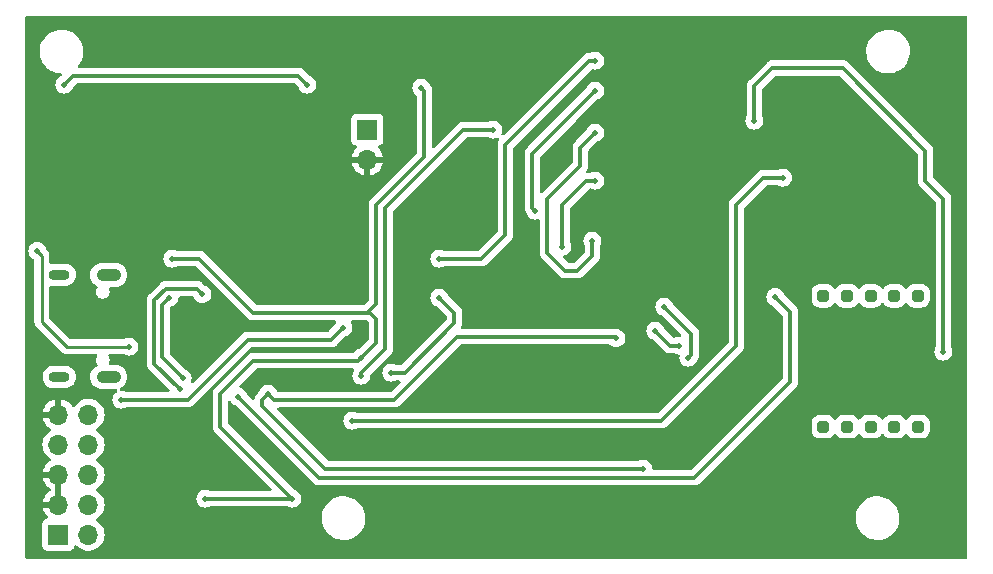
<source format=gbr>
%TF.GenerationSoftware,KiCad,Pcbnew,7.0.2*%
%TF.CreationDate,2023-06-14T22:38:02-04:00*%
%TF.ProjectId,WeatherPill,57656174-6865-4725-9069-6c6c2e6b6963,rev?*%
%TF.SameCoordinates,Original*%
%TF.FileFunction,Copper,L2,Bot*%
%TF.FilePolarity,Positive*%
%FSLAX46Y46*%
G04 Gerber Fmt 4.6, Leading zero omitted, Abs format (unit mm)*
G04 Created by KiCad (PCBNEW 7.0.2) date 2023-06-14 22:38:02*
%MOMM*%
%LPD*%
G01*
G04 APERTURE LIST*
G04 Aperture macros list*
%AMRoundRect*
0 Rectangle with rounded corners*
0 $1 Rounding radius*
0 $2 $3 $4 $5 $6 $7 $8 $9 X,Y pos of 4 corners*
0 Add a 4 corners polygon primitive as box body*
4,1,4,$2,$3,$4,$5,$6,$7,$8,$9,$2,$3,0*
0 Add four circle primitives for the rounded corners*
1,1,$1+$1,$2,$3*
1,1,$1+$1,$4,$5*
1,1,$1+$1,$6,$7*
1,1,$1+$1,$8,$9*
0 Add four rect primitives between the rounded corners*
20,1,$1+$1,$2,$3,$4,$5,0*
20,1,$1+$1,$4,$5,$6,$7,0*
20,1,$1+$1,$6,$7,$8,$9,0*
20,1,$1+$1,$8,$9,$2,$3,0*%
G04 Aperture macros list end*
%TA.AperFunction,ComponentPad*%
%ADD10O,1.700000X1.700000*%
%TD*%
%TA.AperFunction,ComponentPad*%
%ADD11R,1.700000X1.700000*%
%TD*%
%TA.AperFunction,ComponentPad*%
%ADD12RoundRect,0.250000X-0.250000X-0.250000X0.250000X-0.250000X0.250000X0.250000X-0.250000X0.250000X0*%
%TD*%
%TA.AperFunction,ComponentPad*%
%ADD13O,1.800000X0.900000*%
%TD*%
%TA.AperFunction,ComponentPad*%
%ADD14O,2.100000X1.050000*%
%TD*%
%TA.AperFunction,ViaPad*%
%ADD15C,0.500000*%
%TD*%
%TA.AperFunction,Conductor*%
%ADD16C,0.250000*%
%TD*%
%TA.AperFunction,Conductor*%
%ADD17C,0.300000*%
%TD*%
G04 APERTURE END LIST*
D10*
%TO.P,J1,10,Pin_10*%
%TO.N,NRST*%
X55118000Y-164592000D03*
%TO.P,J1,9,Pin_9*%
%TO.N,GND*%
X52578000Y-164592000D03*
%TO.P,J1,8,Pin_8*%
%TO.N,unconnected-(J1-Pin_8-Pad8)*%
X55118000Y-167132000D03*
%TO.P,J1,7,Pin_7*%
%TO.N,unconnected-(J1-Pin_7-Pad7)*%
X52578000Y-167132000D03*
%TO.P,J1,6,Pin_6*%
%TO.N,SWO*%
X55118000Y-169672000D03*
%TO.P,J1,5,Pin_5*%
%TO.N,GND*%
X52578000Y-169672000D03*
%TO.P,J1,4,Pin_4*%
%TO.N,SWCLK*%
X55118000Y-172212000D03*
%TO.P,J1,3,Pin_3*%
%TO.N,GND*%
X52578000Y-172212000D03*
%TO.P,J1,2,Pin_2*%
%TO.N,SWDIO*%
X55118000Y-174752000D03*
D11*
%TO.P,J1,1,Pin_1*%
%TO.N,POWER_IN*%
X52578000Y-174752000D03*
%TD*%
%TO.P,J5,1,Pin_1*%
%TO.N,Net-(J5-Pin_1)*%
X78740000Y-140462000D03*
D10*
%TO.P,J5,2,Pin_2*%
%TO.N,GND*%
X78740000Y-143002000D03*
%TD*%
D12*
%TO.P,L1,1,0*%
%TO.N,Net-(L1-0)*%
X117348000Y-165608000D03*
%TO.P,L1,2,1*%
%TO.N,Net-(L1-1)*%
X119348000Y-165608000D03*
%TO.P,L1,3,2*%
%TO.N,Net-(L1-2)*%
X121348000Y-165608000D03*
%TO.P,L1,4,3*%
%TO.N,Net-(L1-3)*%
X123348000Y-165608000D03*
%TO.P,L1,5,4*%
%TO.N,Net-(L1-4)*%
X125348000Y-165608000D03*
%TO.P,L1,6,E*%
%TO.N,Net-(L1-E)*%
X125348000Y-154528000D03*
%TO.P,L1,7,D*%
%TO.N,Net-(L1-D)*%
X123348000Y-154528000D03*
%TO.P,L1,8,C*%
%TO.N,Net-(L1-C)*%
X121348000Y-154528000D03*
%TO.P,L1,9,B*%
%TO.N,Net-(L1-B)*%
X119348000Y-154528000D03*
%TO.P,L1,10,A*%
%TO.N,Net-(L1-A)*%
X117348000Y-154528000D03*
%TD*%
D13*
%TO.P,J3,SH4*%
%TO.N,N/C*%
X52654000Y-161407000D03*
%TO.P,J3,SH3*%
X52654000Y-152767000D03*
D14*
%TO.P,J3,SH2*%
X56834000Y-161407000D03*
%TO.P,J3,SH1*%
X56834000Y-152767000D03*
%TD*%
D15*
%TO.N,GND*%
X104648000Y-140970000D03*
X92202000Y-155448000D03*
X92329000Y-163068000D03*
%TO.N,V_BUS_3V*%
X62230000Y-151384000D03*
X78232000Y-159766000D03*
X72390000Y-171704000D03*
X83312000Y-136906000D03*
X65024000Y-171704000D03*
%TO.N,Net-(J5-Pin_1)*%
X73660000Y-136652000D03*
X53086000Y-136652000D03*
%TO.N,GND*%
X50800000Y-158750000D03*
X82550000Y-141478000D03*
X78232000Y-154432000D03*
X114300000Y-133350000D03*
X59436000Y-167640000D03*
X85090000Y-161036000D03*
X82804000Y-158242000D03*
X88392000Y-148590000D03*
X93980000Y-144526000D03*
X76962000Y-167132000D03*
X58547000Y-153924000D03*
X50800000Y-146050000D03*
X127508000Y-143510000D03*
X81026000Y-160020000D03*
X115824000Y-161544000D03*
X123190000Y-149098000D03*
X86106000Y-138176000D03*
X76200000Y-133350000D03*
X101854000Y-163957000D03*
X64008000Y-159258000D03*
X112014000Y-141998500D03*
X96266000Y-137414000D03*
X107950000Y-166116000D03*
X114300000Y-173736000D03*
X127508000Y-133350000D03*
X58547000Y-160274000D03*
X113030000Y-151257000D03*
X65897000Y-150511000D03*
X87884000Y-152654000D03*
X86868000Y-152654000D03*
X71374000Y-148590000D03*
X75438000Y-148590000D03*
X99060000Y-142494000D03*
X127508000Y-173736000D03*
X65024000Y-155956000D03*
X55626000Y-133350000D03*
X50800000Y-171450000D03*
X113284000Y-156210000D03*
X92710000Y-148590000D03*
X116459000Y-144652500D03*
X82550000Y-133350000D03*
X77724000Y-158242000D03*
X88392000Y-144526000D03*
X98298000Y-148590000D03*
X59436000Y-171450000D03*
X82550000Y-173736000D03*
%TO.N,SDA_1*%
X84836000Y-154686000D03*
X80772000Y-161036000D03*
%TO.N,CS_1*%
X84836000Y-151384000D03*
X98044000Y-134620000D03*
%TO.N,CS_2*%
X98044000Y-144780000D03*
X95250000Y-150368000D03*
%TO.N,SDI_1*%
X92964000Y-147320000D03*
X98044000Y-137160000D03*
%TO.N,SDO_1*%
X98044000Y-140716000D03*
X97790000Y-149860000D03*
%TO.N,BTN_1*%
X61976000Y-154686000D03*
X63098411Y-161523411D03*
%TO.N,BTN_2*%
X62843023Y-162411023D03*
X64770000Y-154394000D03*
%TO.N,BOOT*%
X78232000Y-161290000D03*
X89408000Y-140462000D03*
%TO.N,V_BUS_ZONE_1*%
X113919000Y-144526000D03*
X77470000Y-165100000D03*
%TO.N,SDA_DISPLAY*%
X105918000Y-159766000D03*
X103886000Y-155448000D03*
%TO.N,SCL_DISPLAY*%
X103124000Y-157480000D03*
X105156000Y-158750000D03*
%TO.N,NRST*%
X57912000Y-163322000D03*
X76708000Y-157226000D03*
%TO.N,V_BUS_ZONE_2*%
X127508000Y-159258000D03*
X111506000Y-139700000D03*
X102108000Y-169164000D03*
X99822000Y-158115000D03*
X70358000Y-162814000D03*
%TO.N,V_BUS_ZONE_3*%
X113284000Y-154648500D03*
X67818000Y-163068000D03*
%TO.N,Net-(J3-CC1-PadB5)*%
X50800000Y-150749000D03*
X58587000Y-158837000D03*
%TD*%
D16*
%TO.N,Net-(J3-CC1-PadB5)*%
X51181000Y-151130000D02*
X50800000Y-150749000D01*
X51181000Y-156718000D02*
X51181000Y-151130000D01*
X53300000Y-158837000D02*
X51181000Y-156718000D01*
X58587000Y-158837000D02*
X53300000Y-158837000D01*
D17*
%TO.N,BTN_1*%
X61341000Y-159734250D02*
X61341000Y-155321000D01*
X63098411Y-161491661D02*
X61341000Y-159734250D01*
X63098411Y-161523411D02*
X63098411Y-161491661D01*
X61341000Y-155321000D02*
X61976000Y-154686000D01*
%TO.N,V_BUS_ZONE_2*%
X70866000Y-163322000D02*
X70358000Y-162814000D01*
X86360000Y-157988000D02*
X81026000Y-163322000D01*
X99695000Y-157988000D02*
X86360000Y-157988000D01*
X99822000Y-158115000D02*
X99695000Y-157988000D01*
X81026000Y-163322000D02*
X70866000Y-163322000D01*
%TO.N,V_BUS_3V*%
X79502000Y-156464000D02*
X79502000Y-158496000D01*
X79502000Y-146812000D02*
X79502000Y-155194000D01*
X69088000Y-160020000D02*
X77978000Y-160020000D01*
X66294000Y-165608000D02*
X66294000Y-162814000D01*
X72390000Y-171704000D02*
X66294000Y-165608000D01*
X77978000Y-155956000D02*
X78994000Y-155956000D01*
X72390000Y-171704000D02*
X65024000Y-171704000D01*
X78994000Y-155956000D02*
X79502000Y-156464000D01*
X83566000Y-137160000D02*
X83566000Y-142748000D01*
X79502000Y-155194000D02*
X78740000Y-155956000D01*
X62230000Y-151384000D02*
X64516000Y-151384000D01*
X66294000Y-162814000D02*
X69088000Y-160020000D01*
X64516000Y-151384000D02*
X69088000Y-155956000D01*
X79502000Y-158496000D02*
X78232000Y-159766000D01*
X69088000Y-155956000D02*
X77978000Y-155956000D01*
X83566000Y-142748000D02*
X79502000Y-146812000D01*
X77978000Y-160020000D02*
X78232000Y-159766000D01*
X78740000Y-155956000D02*
X77978000Y-155956000D01*
X83312000Y-136906000D02*
X83566000Y-137160000D01*
%TO.N,Net-(J5-Pin_1)*%
X53848000Y-135890000D02*
X53086000Y-136652000D01*
X72898000Y-135890000D02*
X53848000Y-135890000D01*
X73660000Y-136652000D02*
X72898000Y-135890000D01*
%TO.N,SDA_1*%
X86106000Y-156845000D02*
X86106000Y-155956000D01*
X80772000Y-161036000D02*
X81915000Y-161036000D01*
X86106000Y-155956000D02*
X84836000Y-154686000D01*
X81915000Y-161036000D02*
X86106000Y-156845000D01*
%TO.N,CS_1*%
X97536000Y-134620000D02*
X98044000Y-134620000D01*
X90424000Y-149352000D02*
X90424000Y-141732000D01*
X88392000Y-151384000D02*
X90424000Y-149352000D01*
X90424000Y-141732000D02*
X97536000Y-134620000D01*
X84836000Y-151384000D02*
X88392000Y-151384000D01*
%TO.N,CS_2*%
X97282000Y-144780000D02*
X98044000Y-144780000D01*
X95250000Y-150368000D02*
X95250000Y-146812000D01*
X95250000Y-146812000D02*
X97282000Y-144780000D01*
%TO.N,SDI_1*%
X92964000Y-147320000D02*
X92710000Y-147066000D01*
X92710000Y-147066000D02*
X92710000Y-142494000D01*
X92710000Y-142494000D02*
X98044000Y-137160000D01*
%TO.N,SDO_1*%
X93980000Y-146304000D02*
X93980000Y-150876000D01*
X96774000Y-141986000D02*
X96774000Y-143510000D01*
X96520000Y-152400000D02*
X97790000Y-151130000D01*
X97790000Y-151130000D02*
X97790000Y-149860000D01*
X96774000Y-143510000D02*
X93980000Y-146304000D01*
X93980000Y-150876000D02*
X95504000Y-152400000D01*
X98044000Y-140716000D02*
X96774000Y-141986000D01*
X95504000Y-152400000D02*
X96520000Y-152400000D01*
%TO.N,BTN_2*%
X64312000Y-153936000D02*
X61665339Y-153936000D01*
X60706000Y-160274000D02*
X62843023Y-162411023D01*
X61665339Y-153936000D02*
X60706000Y-154895339D01*
X64770000Y-154394000D02*
X64312000Y-153936000D01*
X60706000Y-154895339D02*
X60706000Y-160274000D01*
%TO.N,BOOT*%
X80264000Y-147066000D02*
X86868000Y-140462000D01*
X86868000Y-140462000D02*
X89408000Y-140462000D01*
X78232000Y-161290000D02*
X78232000Y-161036000D01*
X80264000Y-159004000D02*
X80264000Y-147066000D01*
X78232000Y-161036000D02*
X80264000Y-159004000D01*
%TO.N,V_BUS_ZONE_1*%
X109982000Y-146812000D02*
X109982000Y-158750000D01*
X112268000Y-144526000D02*
X109982000Y-146812000D01*
X103632000Y-165100000D02*
X77470000Y-165100000D01*
X109982000Y-158750000D02*
X103632000Y-165100000D01*
X113919000Y-144526000D02*
X112268000Y-144526000D01*
%TO.N,SDA_DISPLAY*%
X106172000Y-157734000D02*
X103886000Y-155448000D01*
X105918000Y-159766000D02*
X106172000Y-159512000D01*
X106172000Y-159512000D02*
X106172000Y-157734000D01*
%TO.N,SCL_DISPLAY*%
X105156000Y-158750000D02*
X104394000Y-158750000D01*
X104394000Y-158750000D02*
X103124000Y-157480000D01*
%TO.N,NRST*%
X75692000Y-158242000D02*
X68589305Y-158242000D01*
X76708000Y-157226000D02*
X75692000Y-158242000D01*
X63509305Y-163322000D02*
X57912000Y-163322000D01*
X68589305Y-158242000D02*
X63509305Y-163322000D01*
%TO.N,V_BUS_ZONE_2*%
X125984000Y-142240000D02*
X118999000Y-135255000D01*
X69850000Y-163322000D02*
X69850000Y-163830000D01*
X118999000Y-135255000D02*
X113030000Y-135255000D01*
X70358000Y-162814000D02*
X69850000Y-163322000D01*
X127508000Y-146304000D02*
X125984000Y-144780000D01*
X75184000Y-169164000D02*
X102108000Y-169164000D01*
X125984000Y-144780000D02*
X125984000Y-142240000D01*
X69850000Y-163830000D02*
X75184000Y-169164000D01*
X113030000Y-135255000D02*
X111506000Y-136779000D01*
X111506000Y-136779000D02*
X111506000Y-139700000D01*
X127508000Y-159258000D02*
X127508000Y-146304000D01*
%TO.N,V_BUS_ZONE_3*%
X114554000Y-161798000D02*
X114554000Y-155918500D01*
X67818000Y-163068000D02*
X74676000Y-169926000D01*
X74676000Y-169926000D02*
X106426000Y-169926000D01*
X114554000Y-155918500D02*
X113284000Y-154648500D01*
X106426000Y-169926000D02*
X114554000Y-161798000D01*
%TD*%
%TA.AperFunction,Conductor*%
%TO.N,GND*%
G36*
X52828000Y-171776498D02*
G01*
X52720315Y-171727320D01*
X52613763Y-171712000D01*
X52542237Y-171712000D01*
X52435685Y-171727320D01*
X52328000Y-171776498D01*
X52328000Y-170107501D01*
X52435685Y-170156680D01*
X52542237Y-170172000D01*
X52613763Y-170172000D01*
X52720315Y-170156680D01*
X52828000Y-170107501D01*
X52828000Y-171776498D01*
G37*
%TD.AperFunction*%
%TA.AperFunction,Conductor*%
G36*
X129482539Y-130830185D02*
G01*
X129528294Y-130882989D01*
X129539500Y-130934500D01*
X129539500Y-176659500D01*
X129519815Y-176726539D01*
X129467011Y-176772294D01*
X129415500Y-176783500D01*
X49908500Y-176783500D01*
X49841461Y-176763815D01*
X49795706Y-176711011D01*
X49784500Y-176659500D01*
X49784500Y-167131999D01*
X51214843Y-167131999D01*
X51233435Y-167356363D01*
X51288705Y-167574618D01*
X51379138Y-167780788D01*
X51379140Y-167780791D01*
X51502278Y-167969268D01*
X51654760Y-168134906D01*
X51832424Y-168273189D01*
X51875697Y-168296607D01*
X51925287Y-168345825D01*
X51940395Y-168414042D01*
X51916225Y-168479598D01*
X51887803Y-168507236D01*
X51706918Y-168633893D01*
X51539890Y-168800921D01*
X51404400Y-168994421D01*
X51304569Y-169208507D01*
X51247364Y-169421999D01*
X51247364Y-169422000D01*
X52144314Y-169422000D01*
X52118507Y-169462156D01*
X52078000Y-169600111D01*
X52078000Y-169743889D01*
X52118507Y-169881844D01*
X52144314Y-169922000D01*
X51247364Y-169922000D01*
X51304569Y-170135492D01*
X51404399Y-170349576D01*
X51539893Y-170543081D01*
X51706918Y-170710106D01*
X51893031Y-170840425D01*
X51936656Y-170895002D01*
X51943848Y-170964501D01*
X51912326Y-171026855D01*
X51893031Y-171043575D01*
X51706918Y-171173893D01*
X51539890Y-171340921D01*
X51404400Y-171534421D01*
X51304569Y-171748507D01*
X51247364Y-171961999D01*
X51247364Y-171962000D01*
X52144314Y-171962000D01*
X52118507Y-172002156D01*
X52078000Y-172140111D01*
X52078000Y-172283889D01*
X52118507Y-172421844D01*
X52144314Y-172462000D01*
X51247364Y-172462000D01*
X51304569Y-172675492D01*
X51404399Y-172889576D01*
X51539893Y-173083081D01*
X51655727Y-173198915D01*
X51689212Y-173260238D01*
X51684228Y-173329930D01*
X51642356Y-173385863D01*
X51611381Y-173402777D01*
X51481795Y-173451111D01*
X51364738Y-173538738D01*
X51277110Y-173655796D01*
X51226011Y-173792794D01*
X51222301Y-173827304D01*
X51219500Y-173853362D01*
X51219500Y-175650638D01*
X51219852Y-175653918D01*
X51219853Y-175653924D01*
X51226011Y-175711205D01*
X51277110Y-175848203D01*
X51364738Y-175965261D01*
X51481796Y-176052889D01*
X51618794Y-176103988D01*
X51618797Y-176103988D01*
X51618799Y-176103989D01*
X51679362Y-176110500D01*
X51682672Y-176110500D01*
X53473328Y-176110500D01*
X53476638Y-176110500D01*
X53537201Y-176103989D01*
X53537203Y-176103988D01*
X53537205Y-176103988D01*
X53619097Y-176073443D01*
X53674204Y-176052889D01*
X53791261Y-175965261D01*
X53878889Y-175848204D01*
X53924137Y-175726889D01*
X53966009Y-175670956D01*
X54031474Y-175646540D01*
X54099747Y-175661392D01*
X54131548Y-175686241D01*
X54168969Y-175726890D01*
X54194760Y-175754906D01*
X54372424Y-175893189D01*
X54570426Y-176000342D01*
X54783365Y-176073444D01*
X55005431Y-176110500D01*
X55230569Y-176110500D01*
X55452635Y-176073444D01*
X55665574Y-176000342D01*
X55863576Y-175893189D01*
X56041240Y-175754906D01*
X56193722Y-175589268D01*
X56316860Y-175400791D01*
X56407296Y-175194616D01*
X56462564Y-174976368D01*
X56481156Y-174752000D01*
X56462564Y-174527632D01*
X56407296Y-174309384D01*
X56316860Y-174103209D01*
X56193722Y-173914732D01*
X56041240Y-173749094D01*
X55863576Y-173610811D01*
X55827067Y-173591053D01*
X55777478Y-173541836D01*
X55762370Y-173473619D01*
X55780014Y-173425764D01*
X74853787Y-173425764D01*
X74883413Y-173695016D01*
X74951928Y-173957087D01*
X75057871Y-174206392D01*
X75198982Y-174437611D01*
X75288253Y-174544881D01*
X75372255Y-174645820D01*
X75573998Y-174826582D01*
X75799910Y-174976044D01*
X75906211Y-175025876D01*
X76045177Y-175091021D01*
X76304562Y-175169058D01*
X76304569Y-175169060D01*
X76572561Y-175208500D01*
X76572564Y-175208500D01*
X76773369Y-175208500D01*
X76775631Y-175208500D01*
X76978156Y-175193677D01*
X77242553Y-175134780D01*
X77495558Y-175038014D01*
X77731777Y-174905441D01*
X77946177Y-174739888D01*
X78134186Y-174544881D01*
X78291799Y-174324579D01*
X78415656Y-174083675D01*
X78503118Y-173827305D01*
X78552319Y-173560933D01*
X78557259Y-173425764D01*
X120065787Y-173425764D01*
X120095413Y-173695016D01*
X120163928Y-173957087D01*
X120269871Y-174206392D01*
X120410982Y-174437611D01*
X120500253Y-174544881D01*
X120584255Y-174645820D01*
X120785998Y-174826582D01*
X121011910Y-174976044D01*
X121118211Y-175025876D01*
X121257177Y-175091021D01*
X121516562Y-175169058D01*
X121516569Y-175169060D01*
X121784561Y-175208500D01*
X121784564Y-175208500D01*
X121985369Y-175208500D01*
X121987631Y-175208500D01*
X122190156Y-175193677D01*
X122454553Y-175134780D01*
X122707558Y-175038014D01*
X122943777Y-174905441D01*
X123158177Y-174739888D01*
X123346186Y-174544881D01*
X123503799Y-174324579D01*
X123627656Y-174083675D01*
X123715118Y-173827305D01*
X123764319Y-173560933D01*
X123774212Y-173290235D01*
X123744586Y-173020982D01*
X123676072Y-172758912D01*
X123570130Y-172509610D01*
X123429018Y-172278390D01*
X123429017Y-172278388D01*
X123255746Y-172070181D01*
X123150759Y-171976112D01*
X123054002Y-171889418D01*
X122828090Y-171739956D01*
X122801135Y-171727320D01*
X122582822Y-171624978D01*
X122323437Y-171546941D01*
X122323431Y-171546940D01*
X122055439Y-171507500D01*
X121852369Y-171507500D01*
X121850120Y-171507664D01*
X121850109Y-171507665D01*
X121649843Y-171522322D01*
X121385449Y-171581219D01*
X121132441Y-171677986D01*
X120896223Y-171810559D01*
X120681825Y-171976109D01*
X120493813Y-172171120D01*
X120336201Y-172391420D01*
X120212342Y-172632329D01*
X120124881Y-172888695D01*
X120075680Y-173155066D01*
X120065787Y-173425764D01*
X78557259Y-173425764D01*
X78562212Y-173290235D01*
X78532586Y-173020982D01*
X78464072Y-172758912D01*
X78358130Y-172509610D01*
X78217018Y-172278390D01*
X78217017Y-172278388D01*
X78043746Y-172070181D01*
X77938759Y-171976112D01*
X77842002Y-171889418D01*
X77616090Y-171739956D01*
X77589135Y-171727320D01*
X77370822Y-171624978D01*
X77111437Y-171546941D01*
X77111431Y-171546940D01*
X76843439Y-171507500D01*
X76640369Y-171507500D01*
X76638120Y-171507664D01*
X76638109Y-171507665D01*
X76437843Y-171522322D01*
X76173449Y-171581219D01*
X75920441Y-171677986D01*
X75684223Y-171810559D01*
X75469825Y-171976109D01*
X75281813Y-172171120D01*
X75124201Y-172391420D01*
X75000342Y-172632329D01*
X74912881Y-172888695D01*
X74863680Y-173155066D01*
X74853787Y-173425764D01*
X55780014Y-173425764D01*
X55786540Y-173408063D01*
X55827067Y-173372946D01*
X55863576Y-173353189D01*
X56041240Y-173214906D01*
X56193722Y-173049268D01*
X56316860Y-172860791D01*
X56407296Y-172654616D01*
X56462564Y-172436368D01*
X56481156Y-172212000D01*
X56462564Y-171987632D01*
X56407296Y-171769384D01*
X56316860Y-171563209D01*
X56193722Y-171374732D01*
X56041240Y-171209094D01*
X55863576Y-171070811D01*
X55827067Y-171051053D01*
X55777478Y-171001836D01*
X55762370Y-170933619D01*
X55786540Y-170868063D01*
X55827067Y-170832946D01*
X55863576Y-170813189D01*
X56041240Y-170674906D01*
X56193722Y-170509268D01*
X56316860Y-170320791D01*
X56407296Y-170114616D01*
X56462564Y-169896368D01*
X56481156Y-169672000D01*
X56462564Y-169447632D01*
X56407296Y-169229384D01*
X56316860Y-169023209D01*
X56193722Y-168834732D01*
X56041240Y-168669094D01*
X55863576Y-168530811D01*
X55827067Y-168511053D01*
X55777478Y-168461836D01*
X55762370Y-168393619D01*
X55786540Y-168328063D01*
X55827067Y-168292946D01*
X55863576Y-168273189D01*
X56041240Y-168134906D01*
X56193722Y-167969268D01*
X56316860Y-167780791D01*
X56407296Y-167574616D01*
X56462564Y-167356368D01*
X56481156Y-167132000D01*
X56462564Y-166907632D01*
X56407296Y-166689384D01*
X56316860Y-166483209D01*
X56193722Y-166294732D01*
X56041240Y-166129094D01*
X55863576Y-165990811D01*
X55827067Y-165971053D01*
X55777478Y-165921836D01*
X55762370Y-165853619D01*
X55786540Y-165788063D01*
X55827067Y-165752946D01*
X55863576Y-165733189D01*
X56041240Y-165594906D01*
X56193722Y-165429268D01*
X56316860Y-165240791D01*
X56407296Y-165034616D01*
X56462564Y-164816368D01*
X56481156Y-164592000D01*
X56462564Y-164367632D01*
X56407296Y-164149384D01*
X56316860Y-163943209D01*
X56193722Y-163754732D01*
X56041240Y-163589094D01*
X55863576Y-163450811D01*
X55665574Y-163343658D01*
X55665573Y-163343657D01*
X55665572Y-163343657D01*
X55452636Y-163270556D01*
X55230569Y-163233500D01*
X55005431Y-163233500D01*
X54783363Y-163270556D01*
X54570427Y-163343657D01*
X54372424Y-163450811D01*
X54194760Y-163589094D01*
X54042275Y-163754734D01*
X53948250Y-163898650D01*
X53895104Y-163944006D01*
X53825873Y-163953430D01*
X53762537Y-163923928D01*
X53742867Y-163901951D01*
X53616109Y-163720921D01*
X53449081Y-163553893D01*
X53255576Y-163418399D01*
X53041492Y-163318569D01*
X52828000Y-163261364D01*
X52828000Y-164156498D01*
X52720315Y-164107320D01*
X52613763Y-164092000D01*
X52542237Y-164092000D01*
X52435685Y-164107320D01*
X52328000Y-164156498D01*
X52328000Y-163261364D01*
X52327999Y-163261364D01*
X52114507Y-163318569D01*
X51900421Y-163418400D01*
X51706921Y-163553890D01*
X51539890Y-163720921D01*
X51404400Y-163914421D01*
X51304569Y-164128507D01*
X51247364Y-164341999D01*
X51247364Y-164342000D01*
X52144314Y-164342000D01*
X52118507Y-164382156D01*
X52078000Y-164520111D01*
X52078000Y-164663889D01*
X52118507Y-164801844D01*
X52144314Y-164842000D01*
X51247364Y-164842000D01*
X51304569Y-165055492D01*
X51404399Y-165269576D01*
X51539893Y-165463081D01*
X51706918Y-165630106D01*
X51887802Y-165756763D01*
X51931426Y-165811340D01*
X51938619Y-165880839D01*
X51907097Y-165943193D01*
X51875698Y-165967392D01*
X51832422Y-165990812D01*
X51654760Y-166129094D01*
X51502279Y-166294730D01*
X51379138Y-166483211D01*
X51288705Y-166689381D01*
X51233435Y-166907636D01*
X51214843Y-167131999D01*
X49784500Y-167131999D01*
X49784500Y-161455799D01*
X51241794Y-161455799D01*
X51271312Y-161648488D01*
X51339015Y-161831293D01*
X51442134Y-161996731D01*
X51534011Y-162093385D01*
X51576440Y-162138020D01*
X51736439Y-162249383D01*
X51915581Y-162326259D01*
X52106530Y-162365500D01*
X52106531Y-162365500D01*
X53149466Y-162365500D01*
X53152608Y-162365500D01*
X53297940Y-162350721D01*
X53483939Y-162292363D01*
X53654384Y-162197759D01*
X53802297Y-162070780D01*
X53874341Y-161977707D01*
X53921619Y-161916629D01*
X53939005Y-161881186D01*
X54007471Y-161741609D01*
X54056333Y-161552892D01*
X54066206Y-161358202D01*
X54036687Y-161165511D01*
X54002199Y-161072390D01*
X53968984Y-160982706D01*
X53865865Y-160817268D01*
X53731561Y-160675981D01*
X53681255Y-160640967D01*
X53571561Y-160564617D01*
X53392419Y-160487741D01*
X53201470Y-160448500D01*
X52155392Y-160448500D01*
X52152281Y-160448816D01*
X52152268Y-160448817D01*
X52010059Y-160463279D01*
X51824060Y-160521637D01*
X51653616Y-160616240D01*
X51505702Y-160743220D01*
X51386380Y-160897370D01*
X51300529Y-161072390D01*
X51251667Y-161261109D01*
X51241794Y-161455799D01*
X49784500Y-161455799D01*
X49784500Y-150748999D01*
X50036700Y-150748999D01*
X50055837Y-150918846D01*
X50055837Y-150918848D01*
X50055838Y-150918850D01*
X50112291Y-151080183D01*
X50203229Y-151224909D01*
X50324091Y-151345771D01*
X50468817Y-151436709D01*
X50468818Y-151436709D01*
X50480647Y-151444142D01*
X50479497Y-151445972D01*
X50521223Y-151475893D01*
X50546977Y-151540843D01*
X50547500Y-151552223D01*
X50547500Y-156634367D01*
X50545210Y-156655108D01*
X50547439Y-156726016D01*
X50547500Y-156729912D01*
X50547500Y-156757856D01*
X50547987Y-156761716D01*
X50547988Y-156761722D01*
X50548019Y-156761965D01*
X50548934Y-156773596D01*
X50550326Y-156817888D01*
X50556022Y-156837492D01*
X50559967Y-156856544D01*
X50562525Y-156876798D01*
X50578838Y-156918001D01*
X50582621Y-156929049D01*
X50594982Y-156971593D01*
X50605374Y-156989166D01*
X50613931Y-157006633D01*
X50621448Y-157025618D01*
X50647491Y-157061463D01*
X50653905Y-157071227D01*
X50676458Y-157109362D01*
X50690890Y-157123794D01*
X50703526Y-157138589D01*
X50715526Y-157155105D01*
X50715527Y-157155106D01*
X50715528Y-157155107D01*
X50749667Y-157183349D01*
X50758308Y-157191212D01*
X52792910Y-159225814D01*
X52805959Y-159242101D01*
X52807999Y-159244016D01*
X52808000Y-159244018D01*
X52857701Y-159290690D01*
X52860465Y-159293369D01*
X52880231Y-159313135D01*
X52883310Y-159315523D01*
X52883486Y-159315660D01*
X52892376Y-159323252D01*
X52924679Y-159353586D01*
X52942570Y-159363421D01*
X52958823Y-159374097D01*
X52962718Y-159377118D01*
X52974961Y-159386615D01*
X53015618Y-159404208D01*
X53026102Y-159409343D01*
X53064940Y-159430695D01*
X53084714Y-159435772D01*
X53103119Y-159442073D01*
X53121855Y-159450181D01*
X53165630Y-159457113D01*
X53177041Y-159459477D01*
X53219970Y-159470500D01*
X53240384Y-159470500D01*
X53259783Y-159472027D01*
X53279943Y-159475220D01*
X53324056Y-159471050D01*
X53335726Y-159470500D01*
X55745802Y-159470500D01*
X55812841Y-159490185D01*
X55858596Y-159542989D01*
X55868540Y-159612147D01*
X55844178Y-159669986D01*
X55831302Y-159686766D01*
X55773312Y-159826764D01*
X55753533Y-159977000D01*
X55773312Y-160127235D01*
X55831302Y-160267233D01*
X55863799Y-160309584D01*
X55888994Y-160374753D01*
X55874956Y-160443198D01*
X55826142Y-160493188D01*
X55823878Y-160494429D01*
X55732039Y-160543518D01*
X55574669Y-160672669D01*
X55445517Y-160830040D01*
X55349551Y-161009580D01*
X55290453Y-161204400D01*
X55270499Y-161406999D01*
X55290453Y-161609599D01*
X55297482Y-161632769D01*
X55347997Y-161799299D01*
X55349551Y-161804419D01*
X55445098Y-161983176D01*
X55445518Y-161983960D01*
X55574669Y-162141331D01*
X55732040Y-162270482D01*
X55911583Y-162366450D01*
X56106399Y-162425546D01*
X56258225Y-162440500D01*
X56261275Y-162440500D01*
X57406725Y-162440500D01*
X57409775Y-162440500D01*
X57454652Y-162436079D01*
X57523294Y-162449096D01*
X57574006Y-162497160D01*
X57590682Y-162565011D01*
X57568028Y-162631106D01*
X57532778Y-162664475D01*
X57436090Y-162725229D01*
X57315230Y-162846089D01*
X57290362Y-162885667D01*
X57224291Y-162990817D01*
X57193903Y-163077661D01*
X57167837Y-163152153D01*
X57148700Y-163322000D01*
X57167837Y-163491846D01*
X57167837Y-163491848D01*
X57167838Y-163491850D01*
X57224291Y-163653183D01*
X57315229Y-163797909D01*
X57436091Y-163918771D01*
X57580817Y-164009709D01*
X57742150Y-164066162D01*
X57912000Y-164085299D01*
X58081850Y-164066162D01*
X58243183Y-164009709D01*
X58250400Y-164005174D01*
X58259422Y-163999506D01*
X58325393Y-163980500D01*
X63422915Y-163980500D01*
X63444349Y-163982866D01*
X63446840Y-163982787D01*
X63446842Y-163982788D01*
X63517705Y-163980561D01*
X63521601Y-163980500D01*
X63546846Y-163980500D01*
X63550737Y-163980500D01*
X63555223Y-163979933D01*
X63566877Y-163979015D01*
X63613136Y-163977562D01*
X63633881Y-163971534D01*
X63652921Y-163967591D01*
X63674369Y-163964882D01*
X63717423Y-163947835D01*
X63728447Y-163944060D01*
X63772905Y-163931145D01*
X63791496Y-163920149D01*
X63808969Y-163911589D01*
X63829061Y-163903635D01*
X63866527Y-163876412D01*
X63876265Y-163870016D01*
X63916112Y-163846453D01*
X63931392Y-163831171D01*
X63946182Y-163818540D01*
X63963662Y-163805841D01*
X63993174Y-163770165D01*
X64001017Y-163761546D01*
X68825745Y-158936819D01*
X68887069Y-158903334D01*
X68913427Y-158900500D01*
X75605610Y-158900500D01*
X75627044Y-158902866D01*
X75629535Y-158902787D01*
X75629537Y-158902788D01*
X75700400Y-158900561D01*
X75704296Y-158900500D01*
X75729541Y-158900500D01*
X75733432Y-158900500D01*
X75737918Y-158899933D01*
X75749572Y-158899015D01*
X75795831Y-158897562D01*
X75816576Y-158891534D01*
X75835616Y-158887591D01*
X75857064Y-158884882D01*
X75900118Y-158867835D01*
X75911142Y-158864060D01*
X75955600Y-158851145D01*
X75974191Y-158840149D01*
X75991664Y-158831589D01*
X76011756Y-158823635D01*
X76049222Y-158796412D01*
X76058960Y-158790016D01*
X76098807Y-158766453D01*
X76114087Y-158751171D01*
X76128877Y-158738540D01*
X76146357Y-158725841D01*
X76175869Y-158690165D01*
X76183712Y-158681546D01*
X76884369Y-157980889D01*
X76931091Y-157951531D01*
X77039183Y-157913709D01*
X77183909Y-157822771D01*
X77304771Y-157701909D01*
X77395709Y-157557183D01*
X77452162Y-157395850D01*
X77471299Y-157226000D01*
X77452162Y-157056150D01*
X77395709Y-156894817D01*
X77338940Y-156804471D01*
X77319941Y-156737235D01*
X77340309Y-156670400D01*
X77393577Y-156625186D01*
X77443935Y-156614500D01*
X77894812Y-156614500D01*
X78653611Y-156614500D01*
X78680659Y-156617486D01*
X78692824Y-156620205D01*
X78692150Y-156623218D01*
X78736117Y-156634640D01*
X78760071Y-156653330D01*
X78807181Y-156700440D01*
X78840666Y-156761763D01*
X78843500Y-156788121D01*
X78843500Y-158171877D01*
X78823815Y-158238916D01*
X78807181Y-158259558D01*
X78055630Y-159011108D01*
X78008904Y-159040468D01*
X77900817Y-159078289D01*
X77756090Y-159169229D01*
X77635231Y-159290088D01*
X77635229Y-159290090D01*
X77635229Y-159290091D01*
X77626819Y-159303473D01*
X77574488Y-159349763D01*
X77521828Y-159361500D01*
X69174392Y-159361500D01*
X69152952Y-159359132D01*
X69079580Y-159361439D01*
X69075685Y-159361500D01*
X69046568Y-159361500D01*
X69042711Y-159361987D01*
X69042681Y-159361989D01*
X69042053Y-159362069D01*
X69030432Y-159362983D01*
X68984168Y-159364437D01*
X68963423Y-159370464D01*
X68944379Y-159374408D01*
X68922933Y-159377117D01*
X68879895Y-159394157D01*
X68868849Y-159397939D01*
X68824401Y-159410853D01*
X68805805Y-159421851D01*
X68788339Y-159430407D01*
X68768245Y-159438363D01*
X68730797Y-159465571D01*
X68721035Y-159471983D01*
X68681195Y-159495544D01*
X68665912Y-159510827D01*
X68651123Y-159523457D01*
X68633644Y-159536156D01*
X68604135Y-159571826D01*
X68596274Y-159580464D01*
X65889452Y-162287286D01*
X65872624Y-162300769D01*
X65822377Y-162354275D01*
X65819672Y-162357066D01*
X65801826Y-162374913D01*
X65801819Y-162374920D01*
X65799073Y-162377667D01*
X65796698Y-162380728D01*
X65796678Y-162380751D01*
X65796280Y-162381265D01*
X65788711Y-162390126D01*
X65757027Y-162423867D01*
X65746619Y-162442799D01*
X65735940Y-162459056D01*
X65722694Y-162476133D01*
X65704309Y-162518616D01*
X65699173Y-162529101D01*
X65676875Y-162569661D01*
X65671503Y-162590586D01*
X65665202Y-162608988D01*
X65656619Y-162628822D01*
X65649379Y-162674536D01*
X65647011Y-162685970D01*
X65635500Y-162730808D01*
X65635500Y-162752413D01*
X65633974Y-162771808D01*
X65630593Y-162793151D01*
X65634950Y-162839234D01*
X65635500Y-162850903D01*
X65635500Y-165521610D01*
X65633133Y-165543044D01*
X65635439Y-165616400D01*
X65635500Y-165620295D01*
X65635500Y-165649432D01*
X65635988Y-165653304D01*
X65635989Y-165653305D01*
X65636069Y-165653939D01*
X65636983Y-165665564D01*
X65638437Y-165711833D01*
X65644463Y-165732575D01*
X65648408Y-165751621D01*
X65651117Y-165773063D01*
X65668158Y-165816105D01*
X65671941Y-165827154D01*
X65684855Y-165871601D01*
X65695850Y-165890193D01*
X65704409Y-165907663D01*
X65705998Y-165911675D01*
X65712365Y-165927756D01*
X65739578Y-165965211D01*
X65745977Y-165974952D01*
X65768139Y-166012426D01*
X65769548Y-166014808D01*
X65784822Y-166030082D01*
X65797458Y-166044876D01*
X65810159Y-166062357D01*
X65845820Y-166091858D01*
X65854461Y-166099721D01*
X70588559Y-170833819D01*
X70622044Y-170895142D01*
X70617060Y-170964834D01*
X70575188Y-171020767D01*
X70509724Y-171045184D01*
X70500878Y-171045500D01*
X65437393Y-171045500D01*
X65371422Y-171026494D01*
X65355187Y-171016293D01*
X65355185Y-171016292D01*
X65355183Y-171016291D01*
X65193850Y-170959838D01*
X65193848Y-170959837D01*
X65193846Y-170959837D01*
X65024000Y-170940700D01*
X64854153Y-170959837D01*
X64854150Y-170959837D01*
X64854150Y-170959838D01*
X64692817Y-171016291D01*
X64692815Y-171016291D01*
X64692815Y-171016292D01*
X64548089Y-171107230D01*
X64427230Y-171228089D01*
X64356333Y-171340921D01*
X64336291Y-171372817D01*
X64279838Y-171534150D01*
X64279837Y-171534153D01*
X64260700Y-171703999D01*
X64279837Y-171873846D01*
X64279837Y-171873848D01*
X64279838Y-171873850D01*
X64336291Y-172035183D01*
X64427229Y-172179909D01*
X64548091Y-172300771D01*
X64692817Y-172391709D01*
X64854150Y-172448162D01*
X65024000Y-172467299D01*
X65193850Y-172448162D01*
X65355183Y-172391709D01*
X65362400Y-172387174D01*
X65371422Y-172381506D01*
X65437393Y-172362500D01*
X71976607Y-172362500D01*
X72042578Y-172381506D01*
X72058812Y-172391706D01*
X72058817Y-172391709D01*
X72220150Y-172448162D01*
X72390000Y-172467299D01*
X72559850Y-172448162D01*
X72721183Y-172391709D01*
X72865909Y-172300771D01*
X72986771Y-172179909D01*
X73077709Y-172035183D01*
X73134162Y-171873850D01*
X73153299Y-171704000D01*
X73134162Y-171534150D01*
X73077709Y-171372817D01*
X72986771Y-171228091D01*
X72865909Y-171107229D01*
X72737421Y-171026494D01*
X72721180Y-171016289D01*
X72613094Y-170978468D01*
X72566368Y-170949108D01*
X69890448Y-168273188D01*
X66988816Y-165371556D01*
X66955333Y-165310236D01*
X66952500Y-165283887D01*
X66952500Y-163546642D01*
X66972185Y-163479602D01*
X67024989Y-163433848D01*
X67094147Y-163423904D01*
X67157703Y-163452929D01*
X67181490Y-163480665D01*
X67221229Y-163543909D01*
X67342091Y-163664771D01*
X67486817Y-163755709D01*
X67594907Y-163793531D01*
X67641631Y-163822891D01*
X74149282Y-170330542D01*
X74162769Y-170347375D01*
X74164583Y-170349078D01*
X74164584Y-170349080D01*
X74191310Y-170374177D01*
X74216273Y-170397619D01*
X74219070Y-170400330D01*
X74239667Y-170420927D01*
X74243248Y-170423705D01*
X74252118Y-170431280D01*
X74285867Y-170462972D01*
X74304803Y-170473382D01*
X74321055Y-170484058D01*
X74333892Y-170494015D01*
X74338133Y-170497305D01*
X74375860Y-170513630D01*
X74380379Y-170515586D01*
X74380613Y-170515687D01*
X74391105Y-170520827D01*
X74431663Y-170543124D01*
X74452584Y-170548495D01*
X74470994Y-170554798D01*
X74490824Y-170563380D01*
X74536553Y-170570621D01*
X74547975Y-170572987D01*
X74592812Y-170584500D01*
X74614419Y-170584500D01*
X74633816Y-170586026D01*
X74655152Y-170589406D01*
X74701235Y-170585049D01*
X74712903Y-170584500D01*
X106339610Y-170584500D01*
X106361044Y-170586866D01*
X106363535Y-170586787D01*
X106363537Y-170586788D01*
X106434400Y-170584561D01*
X106438296Y-170584500D01*
X106463541Y-170584500D01*
X106467432Y-170584500D01*
X106471918Y-170583933D01*
X106483572Y-170583015D01*
X106529831Y-170581562D01*
X106550576Y-170575534D01*
X106569616Y-170571591D01*
X106591064Y-170568882D01*
X106634118Y-170551835D01*
X106645142Y-170548060D01*
X106689600Y-170535145D01*
X106708191Y-170524149D01*
X106725664Y-170515589D01*
X106745756Y-170507635D01*
X106783222Y-170480412D01*
X106792960Y-170474016D01*
X106832807Y-170450453D01*
X106848087Y-170435171D01*
X106862877Y-170422540D01*
X106880357Y-170409841D01*
X106909869Y-170374165D01*
X106917712Y-170365546D01*
X111377844Y-165905414D01*
X116339500Y-165905414D01*
X116339501Y-165908544D01*
X116339820Y-165911675D01*
X116339821Y-165911678D01*
X116350112Y-166012425D01*
X116405884Y-166180736D01*
X116498971Y-166331654D01*
X116624345Y-166457028D01*
X116624347Y-166457029D01*
X116624348Y-166457030D01*
X116775262Y-166550115D01*
X116859417Y-166578001D01*
X116943573Y-166605887D01*
X116989602Y-166610589D01*
X117047455Y-166616500D01*
X117648544Y-166616499D01*
X117752426Y-166605887D01*
X117920738Y-166550115D01*
X118071652Y-166457030D01*
X118197030Y-166331652D01*
X118242462Y-166257994D01*
X118294409Y-166211272D01*
X118363371Y-166200049D01*
X118427454Y-166227893D01*
X118453536Y-166257993D01*
X118486657Y-166311690D01*
X118498971Y-166331654D01*
X118624345Y-166457028D01*
X118624347Y-166457029D01*
X118624348Y-166457030D01*
X118775262Y-166550115D01*
X118859417Y-166578001D01*
X118943573Y-166605887D01*
X118989602Y-166610589D01*
X119047455Y-166616500D01*
X119648544Y-166616499D01*
X119752426Y-166605887D01*
X119920738Y-166550115D01*
X120071652Y-166457030D01*
X120197030Y-166331652D01*
X120242462Y-166257994D01*
X120294409Y-166211272D01*
X120363371Y-166200049D01*
X120427454Y-166227893D01*
X120453536Y-166257993D01*
X120486657Y-166311690D01*
X120498971Y-166331654D01*
X120624345Y-166457028D01*
X120624347Y-166457029D01*
X120624348Y-166457030D01*
X120775262Y-166550115D01*
X120859417Y-166578001D01*
X120943573Y-166605887D01*
X120989602Y-166610589D01*
X121047455Y-166616500D01*
X121648544Y-166616499D01*
X121752426Y-166605887D01*
X121920738Y-166550115D01*
X122071652Y-166457030D01*
X122197030Y-166331652D01*
X122242462Y-166257994D01*
X122294409Y-166211272D01*
X122363371Y-166200049D01*
X122427454Y-166227893D01*
X122453536Y-166257993D01*
X122486657Y-166311690D01*
X122498971Y-166331654D01*
X122624345Y-166457028D01*
X122624347Y-166457029D01*
X122624348Y-166457030D01*
X122775262Y-166550115D01*
X122859417Y-166578001D01*
X122943573Y-166605887D01*
X122989602Y-166610589D01*
X123047455Y-166616500D01*
X123648544Y-166616499D01*
X123752426Y-166605887D01*
X123920738Y-166550115D01*
X124071652Y-166457030D01*
X124197030Y-166331652D01*
X124242462Y-166257994D01*
X124294409Y-166211272D01*
X124363371Y-166200049D01*
X124427454Y-166227893D01*
X124453536Y-166257993D01*
X124486657Y-166311690D01*
X124498971Y-166331654D01*
X124624345Y-166457028D01*
X124624347Y-166457029D01*
X124624348Y-166457030D01*
X124775262Y-166550115D01*
X124859417Y-166578001D01*
X124943573Y-166605887D01*
X124989602Y-166610589D01*
X125047455Y-166616500D01*
X125648544Y-166616499D01*
X125752426Y-166605887D01*
X125920738Y-166550115D01*
X126071652Y-166457030D01*
X126197030Y-166331652D01*
X126290115Y-166180738D01*
X126345887Y-166012426D01*
X126356500Y-165908545D01*
X126356499Y-165307456D01*
X126345887Y-165203574D01*
X126290115Y-165035262D01*
X126197030Y-164884348D01*
X126197029Y-164884347D01*
X126197028Y-164884345D01*
X126071654Y-164758971D01*
X125920736Y-164665884D01*
X125752426Y-164610112D01*
X125651675Y-164599819D01*
X125651659Y-164599818D01*
X125648545Y-164599500D01*
X125645397Y-164599500D01*
X125050604Y-164599500D01*
X125050584Y-164599500D01*
X125047456Y-164599501D01*
X125044325Y-164599820D01*
X125044321Y-164599821D01*
X124943574Y-164610112D01*
X124775263Y-164665884D01*
X124624345Y-164758971D01*
X124498969Y-164884347D01*
X124453538Y-164958003D01*
X124401590Y-165004728D01*
X124332628Y-165015949D01*
X124268546Y-164988106D01*
X124242462Y-164958003D01*
X124197030Y-164884347D01*
X124071654Y-164758971D01*
X123920736Y-164665884D01*
X123752426Y-164610112D01*
X123651675Y-164599819D01*
X123651659Y-164599818D01*
X123648545Y-164599500D01*
X123645397Y-164599500D01*
X123050604Y-164599500D01*
X123050584Y-164599500D01*
X123047456Y-164599501D01*
X123044325Y-164599820D01*
X123044321Y-164599821D01*
X122943574Y-164610112D01*
X122775263Y-164665884D01*
X122624345Y-164758971D01*
X122498969Y-164884347D01*
X122453538Y-164958003D01*
X122401590Y-165004728D01*
X122332628Y-165015949D01*
X122268546Y-164988106D01*
X122242462Y-164958003D01*
X122197030Y-164884347D01*
X122071654Y-164758971D01*
X121920736Y-164665884D01*
X121752426Y-164610112D01*
X121651675Y-164599819D01*
X121651659Y-164599818D01*
X121648545Y-164599500D01*
X121645397Y-164599500D01*
X121050604Y-164599500D01*
X121050584Y-164599500D01*
X121047456Y-164599501D01*
X121044325Y-164599820D01*
X121044321Y-164599821D01*
X120943574Y-164610112D01*
X120775263Y-164665884D01*
X120624345Y-164758971D01*
X120498969Y-164884347D01*
X120453538Y-164958003D01*
X120401590Y-165004728D01*
X120332628Y-165015949D01*
X120268546Y-164988106D01*
X120242462Y-164958003D01*
X120197030Y-164884347D01*
X120071654Y-164758971D01*
X119920736Y-164665884D01*
X119752426Y-164610112D01*
X119651675Y-164599819D01*
X119651659Y-164599818D01*
X119648545Y-164599500D01*
X119645397Y-164599500D01*
X119050604Y-164599500D01*
X119050584Y-164599500D01*
X119047456Y-164599501D01*
X119044325Y-164599820D01*
X119044321Y-164599821D01*
X118943574Y-164610112D01*
X118775263Y-164665884D01*
X118624345Y-164758971D01*
X118498969Y-164884347D01*
X118453538Y-164958003D01*
X118401590Y-165004728D01*
X118332628Y-165015949D01*
X118268546Y-164988106D01*
X118242462Y-164958003D01*
X118197030Y-164884347D01*
X118071654Y-164758971D01*
X117920736Y-164665884D01*
X117752426Y-164610112D01*
X117651675Y-164599819D01*
X117651659Y-164599818D01*
X117648545Y-164599500D01*
X117645397Y-164599500D01*
X117050604Y-164599500D01*
X117050584Y-164599500D01*
X117047456Y-164599501D01*
X117044325Y-164599820D01*
X117044321Y-164599821D01*
X116943574Y-164610112D01*
X116775263Y-164665884D01*
X116624345Y-164758971D01*
X116498971Y-164884345D01*
X116405884Y-165035263D01*
X116350112Y-165203573D01*
X116339819Y-165304324D01*
X116339818Y-165304341D01*
X116339500Y-165307455D01*
X116339500Y-165310601D01*
X116339500Y-165310602D01*
X116339500Y-165905395D01*
X116339500Y-165905414D01*
X111377844Y-165905414D01*
X114958542Y-162324716D01*
X114975372Y-162311235D01*
X114981508Y-162304701D01*
X115025652Y-162257690D01*
X115028301Y-162254957D01*
X115048927Y-162234333D01*
X115051701Y-162230755D01*
X115059287Y-162221872D01*
X115090972Y-162188133D01*
X115101380Y-162169200D01*
X115112059Y-162152942D01*
X115125304Y-162135868D01*
X115143691Y-162093375D01*
X115148822Y-162082902D01*
X115171124Y-162042337D01*
X115176497Y-162021405D01*
X115182796Y-162003010D01*
X115191380Y-161983176D01*
X115198620Y-161937454D01*
X115200990Y-161926012D01*
X115212500Y-161881188D01*
X115212500Y-161859580D01*
X115214027Y-161840180D01*
X115214666Y-161836147D01*
X115217406Y-161818848D01*
X115213050Y-161772764D01*
X115212500Y-161761095D01*
X115212500Y-156004888D01*
X115214866Y-155983455D01*
X115212561Y-155910098D01*
X115212500Y-155906203D01*
X115212500Y-155880959D01*
X115212500Y-155877068D01*
X115211933Y-155872578D01*
X115211015Y-155860923D01*
X115210740Y-155852168D01*
X115209562Y-155814669D01*
X115203534Y-155793921D01*
X115199591Y-155774884D01*
X115196882Y-155753436D01*
X115179830Y-155710369D01*
X115176062Y-155699361D01*
X115163145Y-155654900D01*
X115152148Y-155636307D01*
X115143587Y-155618830D01*
X115135635Y-155598744D01*
X115108422Y-155561289D01*
X115102008Y-155551524D01*
X115100629Y-155549193D01*
X115092934Y-155536180D01*
X115078453Y-155511694D01*
X115078452Y-155511693D01*
X115063172Y-155496413D01*
X115050539Y-155481621D01*
X115037841Y-155464143D01*
X115002165Y-155434629D01*
X114993526Y-155426767D01*
X114392174Y-154825414D01*
X116339500Y-154825414D01*
X116339501Y-154828544D01*
X116339820Y-154831675D01*
X116339821Y-154831678D01*
X116350112Y-154932425D01*
X116405884Y-155100736D01*
X116405885Y-155100738D01*
X116434971Y-155147893D01*
X116498971Y-155251654D01*
X116624345Y-155377028D01*
X116624347Y-155377029D01*
X116624348Y-155377030D01*
X116775262Y-155470115D01*
X116833818Y-155489518D01*
X116943573Y-155525887D01*
X116954644Y-155527018D01*
X117047455Y-155536500D01*
X117648544Y-155536499D01*
X117752426Y-155525887D01*
X117920738Y-155470115D01*
X118071652Y-155377030D01*
X118197030Y-155251652D01*
X118242462Y-155177994D01*
X118294409Y-155131272D01*
X118363371Y-155120049D01*
X118427454Y-155147893D01*
X118453536Y-155177993D01*
X118482472Y-155224905D01*
X118498971Y-155251654D01*
X118624345Y-155377028D01*
X118624347Y-155377029D01*
X118624348Y-155377030D01*
X118775262Y-155470115D01*
X118833818Y-155489518D01*
X118943573Y-155525887D01*
X118954644Y-155527018D01*
X119047455Y-155536500D01*
X119648544Y-155536499D01*
X119752426Y-155525887D01*
X119920738Y-155470115D01*
X120071652Y-155377030D01*
X120197030Y-155251652D01*
X120242462Y-155177994D01*
X120294409Y-155131272D01*
X120363371Y-155120049D01*
X120427454Y-155147893D01*
X120453536Y-155177993D01*
X120482472Y-155224905D01*
X120498971Y-155251654D01*
X120624345Y-155377028D01*
X120624347Y-155377029D01*
X120624348Y-155377030D01*
X120775262Y-155470115D01*
X120833818Y-155489518D01*
X120943573Y-155525887D01*
X120954644Y-155527018D01*
X121047455Y-155536500D01*
X121648544Y-155536499D01*
X121752426Y-155525887D01*
X121920738Y-155470115D01*
X122071652Y-155377030D01*
X122197030Y-155251652D01*
X122242462Y-155177994D01*
X122294409Y-155131272D01*
X122363371Y-155120049D01*
X122427454Y-155147893D01*
X122453536Y-155177993D01*
X122482472Y-155224905D01*
X122498971Y-155251654D01*
X122624345Y-155377028D01*
X122624347Y-155377029D01*
X122624348Y-155377030D01*
X122775262Y-155470115D01*
X122833818Y-155489518D01*
X122943573Y-155525887D01*
X122954644Y-155527018D01*
X123047455Y-155536500D01*
X123648544Y-155536499D01*
X123752426Y-155525887D01*
X123920738Y-155470115D01*
X124071652Y-155377030D01*
X124197030Y-155251652D01*
X124242462Y-155177994D01*
X124294409Y-155131272D01*
X124363371Y-155120049D01*
X124427454Y-155147893D01*
X124453536Y-155177993D01*
X124482472Y-155224905D01*
X124498971Y-155251654D01*
X124624345Y-155377028D01*
X124624347Y-155377029D01*
X124624348Y-155377030D01*
X124775262Y-155470115D01*
X124833818Y-155489518D01*
X124943573Y-155525887D01*
X124954644Y-155527018D01*
X125047455Y-155536500D01*
X125648544Y-155536499D01*
X125752426Y-155525887D01*
X125920738Y-155470115D01*
X126071652Y-155377030D01*
X126197030Y-155251652D01*
X126290115Y-155100738D01*
X126345887Y-154932426D01*
X126356500Y-154828545D01*
X126356499Y-154227456D01*
X126345887Y-154123574D01*
X126290115Y-153955262D01*
X126197030Y-153804348D01*
X126197029Y-153804347D01*
X126197028Y-153804345D01*
X126071654Y-153678971D01*
X125920736Y-153585884D01*
X125752426Y-153530112D01*
X125651675Y-153519819D01*
X125651659Y-153519818D01*
X125648545Y-153519500D01*
X125645397Y-153519500D01*
X125050604Y-153519500D01*
X125050584Y-153519500D01*
X125047456Y-153519501D01*
X125044325Y-153519820D01*
X125044321Y-153519821D01*
X124943574Y-153530112D01*
X124775263Y-153585884D01*
X124624345Y-153678971D01*
X124498969Y-153804347D01*
X124453538Y-153878003D01*
X124401590Y-153924728D01*
X124332628Y-153935949D01*
X124268546Y-153908106D01*
X124242462Y-153878003D01*
X124197030Y-153804347D01*
X124071654Y-153678971D01*
X123920736Y-153585884D01*
X123752426Y-153530112D01*
X123651675Y-153519819D01*
X123651659Y-153519818D01*
X123648545Y-153519500D01*
X123645397Y-153519500D01*
X123050604Y-153519500D01*
X123050584Y-153519500D01*
X123047456Y-153519501D01*
X123044325Y-153519820D01*
X123044321Y-153519821D01*
X122943574Y-153530112D01*
X122775263Y-153585884D01*
X122624345Y-153678971D01*
X122498969Y-153804347D01*
X122453538Y-153878003D01*
X122401590Y-153924728D01*
X122332628Y-153935949D01*
X122268546Y-153908106D01*
X122242462Y-153878003D01*
X122197030Y-153804347D01*
X122071654Y-153678971D01*
X121920736Y-153585884D01*
X121752426Y-153530112D01*
X121651675Y-153519819D01*
X121651659Y-153519818D01*
X121648545Y-153519500D01*
X121645397Y-153519500D01*
X121050604Y-153519500D01*
X121050584Y-153519500D01*
X121047456Y-153519501D01*
X121044325Y-153519820D01*
X121044321Y-153519821D01*
X120943574Y-153530112D01*
X120775263Y-153585884D01*
X120624345Y-153678971D01*
X120498969Y-153804347D01*
X120453538Y-153878003D01*
X120401590Y-153924728D01*
X120332628Y-153935949D01*
X120268546Y-153908106D01*
X120242462Y-153878003D01*
X120197030Y-153804347D01*
X120071654Y-153678971D01*
X119920736Y-153585884D01*
X119752426Y-153530112D01*
X119651675Y-153519819D01*
X119651659Y-153519818D01*
X119648545Y-153519500D01*
X119645397Y-153519500D01*
X119050604Y-153519500D01*
X119050584Y-153519500D01*
X119047456Y-153519501D01*
X119044325Y-153519820D01*
X119044321Y-153519821D01*
X118943574Y-153530112D01*
X118775263Y-153585884D01*
X118624345Y-153678971D01*
X118498969Y-153804347D01*
X118453538Y-153878003D01*
X118401590Y-153924728D01*
X118332628Y-153935949D01*
X118268546Y-153908106D01*
X118242462Y-153878003D01*
X118197030Y-153804347D01*
X118071654Y-153678971D01*
X117920736Y-153585884D01*
X117752426Y-153530112D01*
X117651675Y-153519819D01*
X117651659Y-153519818D01*
X117648545Y-153519500D01*
X117645397Y-153519500D01*
X117050604Y-153519500D01*
X117050584Y-153519500D01*
X117047456Y-153519501D01*
X117044325Y-153519820D01*
X117044321Y-153519821D01*
X116943574Y-153530112D01*
X116775263Y-153585884D01*
X116624345Y-153678971D01*
X116498971Y-153804345D01*
X116405884Y-153955263D01*
X116350112Y-154123573D01*
X116339819Y-154224324D01*
X116339818Y-154224341D01*
X116339500Y-154227455D01*
X116339500Y-154230601D01*
X116339500Y-154230602D01*
X116339500Y-154825395D01*
X116339500Y-154825414D01*
X114392174Y-154825414D01*
X114038891Y-154472131D01*
X114009531Y-154425407D01*
X113971709Y-154317317D01*
X113880771Y-154172591D01*
X113759909Y-154051729D01*
X113615183Y-153960791D01*
X113453850Y-153904338D01*
X113453848Y-153904337D01*
X113453846Y-153904337D01*
X113283999Y-153885200D01*
X113114153Y-153904337D01*
X113114150Y-153904337D01*
X113114150Y-153904338D01*
X112952817Y-153960791D01*
X112952815Y-153960791D01*
X112952815Y-153960792D01*
X112808089Y-154051730D01*
X112687230Y-154172589D01*
X112654725Y-154224321D01*
X112596291Y-154317317D01*
X112543843Y-154467204D01*
X112539837Y-154478653D01*
X112520700Y-154648500D01*
X112539837Y-154818346D01*
X112539837Y-154818348D01*
X112539838Y-154818350D01*
X112596291Y-154979683D01*
X112687229Y-155124409D01*
X112808091Y-155245271D01*
X112952817Y-155336209D01*
X113060907Y-155374031D01*
X113107631Y-155403391D01*
X113859180Y-156154940D01*
X113892665Y-156216263D01*
X113895499Y-156242621D01*
X113895499Y-161473877D01*
X113875814Y-161540916D01*
X113859180Y-161561558D01*
X106189559Y-169231181D01*
X106128236Y-169264666D01*
X106101878Y-169267500D01*
X102993774Y-169267500D01*
X102926735Y-169247815D01*
X102880980Y-169195011D01*
X102870554Y-169157383D01*
X102860550Y-169068604D01*
X102852162Y-168994150D01*
X102795709Y-168832817D01*
X102704771Y-168688091D01*
X102583909Y-168567229D01*
X102439183Y-168476291D01*
X102277850Y-168419838D01*
X102277848Y-168419837D01*
X102277846Y-168419837D01*
X102107999Y-168400700D01*
X101938153Y-168419837D01*
X101938150Y-168419837D01*
X101938150Y-168419838D01*
X101776817Y-168476291D01*
X101776816Y-168476291D01*
X101776812Y-168476293D01*
X101760578Y-168486494D01*
X101694607Y-168505500D01*
X75508122Y-168505500D01*
X75441083Y-168485815D01*
X75420441Y-168469181D01*
X72051260Y-165100000D01*
X76706700Y-165100000D01*
X76725837Y-165269846D01*
X76725837Y-165269848D01*
X76725838Y-165269850D01*
X76782291Y-165431183D01*
X76873229Y-165575909D01*
X76994091Y-165696771D01*
X77138817Y-165787709D01*
X77300150Y-165844162D01*
X77470000Y-165863299D01*
X77639850Y-165844162D01*
X77801183Y-165787709D01*
X77808400Y-165783174D01*
X77817422Y-165777506D01*
X77883393Y-165758500D01*
X103545610Y-165758500D01*
X103567044Y-165760866D01*
X103569535Y-165760787D01*
X103569537Y-165760788D01*
X103640400Y-165758561D01*
X103644296Y-165758500D01*
X103669541Y-165758500D01*
X103673432Y-165758500D01*
X103677918Y-165757933D01*
X103689572Y-165757015D01*
X103735831Y-165755562D01*
X103756576Y-165749534D01*
X103775616Y-165745591D01*
X103797064Y-165742882D01*
X103840118Y-165725835D01*
X103851142Y-165722060D01*
X103895600Y-165709145D01*
X103914191Y-165698149D01*
X103931664Y-165689589D01*
X103951756Y-165681635D01*
X103989222Y-165654412D01*
X103998960Y-165648016D01*
X104038807Y-165624453D01*
X104054087Y-165609171D01*
X104068877Y-165596540D01*
X104086357Y-165583841D01*
X104115869Y-165548165D01*
X104123712Y-165539546D01*
X110386542Y-159276716D01*
X110403372Y-159263235D01*
X110410830Y-159255293D01*
X110453652Y-159209690D01*
X110456301Y-159206957D01*
X110476927Y-159186333D01*
X110479701Y-159182755D01*
X110487287Y-159173872D01*
X110518972Y-159140133D01*
X110529380Y-159121200D01*
X110540059Y-159104942D01*
X110553304Y-159087868D01*
X110571692Y-159045375D01*
X110576829Y-159034892D01*
X110599123Y-158994340D01*
X110604495Y-158973416D01*
X110610798Y-158955007D01*
X110619380Y-158935177D01*
X110626623Y-158889441D01*
X110628989Y-158878017D01*
X110640500Y-158833188D01*
X110640500Y-158811570D01*
X110642024Y-158792200D01*
X110645406Y-158770848D01*
X110641050Y-158724764D01*
X110640500Y-158713095D01*
X110640500Y-147136121D01*
X110660185Y-147069082D01*
X110676814Y-147048445D01*
X112504441Y-145220819D01*
X112565764Y-145187334D01*
X112592122Y-145184500D01*
X113505607Y-145184500D01*
X113571578Y-145203506D01*
X113587812Y-145213706D01*
X113587817Y-145213709D01*
X113749150Y-145270162D01*
X113876537Y-145284514D01*
X113918999Y-145289299D01*
X113918999Y-145289298D01*
X113919000Y-145289299D01*
X114088850Y-145270162D01*
X114250183Y-145213709D01*
X114394909Y-145122771D01*
X114515771Y-145001909D01*
X114606709Y-144857183D01*
X114663162Y-144695850D01*
X114682299Y-144526000D01*
X114663162Y-144356150D01*
X114606709Y-144194817D01*
X114515771Y-144050091D01*
X114394909Y-143929229D01*
X114250183Y-143838291D01*
X114088850Y-143781838D01*
X114088848Y-143781837D01*
X114088846Y-143781837D01*
X113919000Y-143762700D01*
X113749153Y-143781837D01*
X113749150Y-143781837D01*
X113749150Y-143781838D01*
X113587817Y-143838291D01*
X113587816Y-143838291D01*
X113587812Y-143838293D01*
X113571578Y-143848494D01*
X113505607Y-143867500D01*
X112354390Y-143867500D01*
X112332955Y-143865133D01*
X112259599Y-143867439D01*
X112255704Y-143867500D01*
X112226568Y-143867500D01*
X112222719Y-143867985D01*
X112222702Y-143867987D01*
X112222058Y-143868069D01*
X112210437Y-143868983D01*
X112164168Y-143870437D01*
X112143423Y-143876464D01*
X112124379Y-143880408D01*
X112102935Y-143883117D01*
X112059895Y-143900158D01*
X112048848Y-143903940D01*
X112004401Y-143916854D01*
X111985807Y-143927851D01*
X111968335Y-143936410D01*
X111948243Y-143944364D01*
X111910791Y-143971575D01*
X111901031Y-143977986D01*
X111861194Y-144001546D01*
X111845916Y-144016824D01*
X111831127Y-144029454D01*
X111813644Y-144042156D01*
X111784130Y-144077832D01*
X111776269Y-144086470D01*
X109577452Y-146285286D01*
X109560624Y-146298769D01*
X109510377Y-146352275D01*
X109507672Y-146355066D01*
X109489826Y-146372913D01*
X109489819Y-146372920D01*
X109487073Y-146375667D01*
X109484698Y-146378728D01*
X109484678Y-146378751D01*
X109484280Y-146379265D01*
X109476711Y-146388126D01*
X109445027Y-146421867D01*
X109434619Y-146440799D01*
X109423940Y-146457056D01*
X109410694Y-146474133D01*
X109392309Y-146516616D01*
X109387173Y-146527101D01*
X109364875Y-146567661D01*
X109359503Y-146588586D01*
X109353202Y-146606988D01*
X109344619Y-146626822D01*
X109337379Y-146672536D01*
X109335011Y-146683970D01*
X109323500Y-146728808D01*
X109323500Y-146750413D01*
X109321974Y-146769808D01*
X109318593Y-146791151D01*
X109322950Y-146837234D01*
X109323500Y-146848903D01*
X109323500Y-158425878D01*
X109303815Y-158492917D01*
X109287181Y-158513559D01*
X103395559Y-164405181D01*
X103334236Y-164438666D01*
X103307878Y-164441500D01*
X77883393Y-164441500D01*
X77817422Y-164422494D01*
X77801187Y-164412293D01*
X77801185Y-164412292D01*
X77801183Y-164412291D01*
X77639850Y-164355838D01*
X77639848Y-164355837D01*
X77639846Y-164355837D01*
X77470000Y-164336700D01*
X77300153Y-164355837D01*
X77300150Y-164355837D01*
X77300150Y-164355838D01*
X77138817Y-164412291D01*
X77138815Y-164412291D01*
X77138815Y-164412292D01*
X76994089Y-164503230D01*
X76873230Y-164624089D01*
X76788478Y-164758971D01*
X76782291Y-164768817D01*
X76765654Y-164816363D01*
X76725837Y-164930153D01*
X76706700Y-165100000D01*
X72051260Y-165100000D01*
X71143441Y-164192181D01*
X71109956Y-164130858D01*
X71114940Y-164061166D01*
X71156812Y-164005233D01*
X71222276Y-163980816D01*
X71231122Y-163980500D01*
X80939610Y-163980500D01*
X80961044Y-163982866D01*
X80963535Y-163982787D01*
X80963537Y-163982788D01*
X81034400Y-163980561D01*
X81038296Y-163980500D01*
X81063541Y-163980500D01*
X81067432Y-163980500D01*
X81071918Y-163979933D01*
X81083572Y-163979015D01*
X81129831Y-163977562D01*
X81150576Y-163971534D01*
X81169616Y-163967591D01*
X81191064Y-163964882D01*
X81234118Y-163947835D01*
X81245142Y-163944060D01*
X81289600Y-163931145D01*
X81308191Y-163920149D01*
X81325664Y-163911589D01*
X81345756Y-163903635D01*
X81383222Y-163876412D01*
X81392960Y-163870016D01*
X81432807Y-163846453D01*
X81448087Y-163831171D01*
X81462877Y-163818540D01*
X81480357Y-163805841D01*
X81509869Y-163770165D01*
X81517712Y-163761546D01*
X86596440Y-158682819D01*
X86657764Y-158649334D01*
X86684122Y-158646500D01*
X99229458Y-158646500D01*
X99296497Y-158666185D01*
X99317138Y-158682818D01*
X99346091Y-158711771D01*
X99490817Y-158802709D01*
X99652150Y-158859162D01*
X99822000Y-158878299D01*
X99991850Y-158859162D01*
X100153183Y-158802709D01*
X100297909Y-158711771D01*
X100418771Y-158590909D01*
X100509709Y-158446183D01*
X100566162Y-158284850D01*
X100585299Y-158115000D01*
X100566162Y-157945150D01*
X100509709Y-157783817D01*
X100418771Y-157639091D01*
X100297909Y-157518229D01*
X100237068Y-157480000D01*
X102360700Y-157480000D01*
X102379837Y-157649846D01*
X102379837Y-157649848D01*
X102379838Y-157649850D01*
X102436291Y-157811183D01*
X102527229Y-157955909D01*
X102648091Y-158076771D01*
X102792817Y-158167709D01*
X102900907Y-158205531D01*
X102947631Y-158234891D01*
X103867282Y-159154542D01*
X103880769Y-159171375D01*
X103882583Y-159173078D01*
X103882584Y-159173080D01*
X103899725Y-159189176D01*
X103934273Y-159221619D01*
X103937070Y-159224330D01*
X103957667Y-159244927D01*
X103961256Y-159247711D01*
X103970121Y-159255283D01*
X104003867Y-159286972D01*
X104022791Y-159297375D01*
X104039050Y-159308054D01*
X104056131Y-159321304D01*
X104056132Y-159321304D01*
X104056133Y-159321305D01*
X104098617Y-159339689D01*
X104109101Y-159344824D01*
X104149663Y-159367124D01*
X104170578Y-159372494D01*
X104188983Y-159378794D01*
X104208823Y-159387380D01*
X104254560Y-159394623D01*
X104265978Y-159396988D01*
X104288191Y-159402692D01*
X104310811Y-159408500D01*
X104310812Y-159408500D01*
X104332414Y-159408500D01*
X104351810Y-159410026D01*
X104373152Y-159413406D01*
X104419235Y-159409049D01*
X104430903Y-159408500D01*
X104742607Y-159408500D01*
X104808578Y-159427506D01*
X104823319Y-159436768D01*
X104824817Y-159437709D01*
X104986150Y-159494162D01*
X105041367Y-159500383D01*
X105059611Y-159502439D01*
X105124025Y-159529505D01*
X105163580Y-159587100D01*
X105168948Y-159639542D01*
X105154700Y-159765999D01*
X105173837Y-159935846D01*
X105173837Y-159935848D01*
X105173838Y-159935850D01*
X105230291Y-160097183D01*
X105321229Y-160241909D01*
X105442091Y-160362771D01*
X105586817Y-160453709D01*
X105748150Y-160510162D01*
X105918000Y-160529299D01*
X106087850Y-160510162D01*
X106249183Y-160453709D01*
X106393909Y-160362771D01*
X106514771Y-160241909D01*
X106605709Y-160097183D01*
X106643996Y-159987763D01*
X106667449Y-159947702D01*
X106666918Y-159948345D01*
X106667551Y-159947527D01*
X106667550Y-159947527D01*
X106669329Y-159945235D01*
X106669690Y-159944770D01*
X106677285Y-159935874D01*
X106708972Y-159902133D01*
X106719375Y-159883208D01*
X106730056Y-159866946D01*
X106743304Y-159849869D01*
X106761697Y-159807361D01*
X106766815Y-159796914D01*
X106789124Y-159756337D01*
X106794495Y-159735414D01*
X106800795Y-159717014D01*
X106809380Y-159697177D01*
X106816624Y-159651436D01*
X106818985Y-159640033D01*
X106830500Y-159595188D01*
X106830500Y-159573580D01*
X106832027Y-159554181D01*
X106835406Y-159532849D01*
X106831050Y-159486765D01*
X106830500Y-159475096D01*
X106830500Y-157820388D01*
X106832866Y-157798955D01*
X106832390Y-157783817D01*
X106830561Y-157725598D01*
X106830500Y-157721703D01*
X106830500Y-157696459D01*
X106830500Y-157692568D01*
X106829933Y-157688078D01*
X106829015Y-157676423D01*
X106827562Y-157630169D01*
X106821534Y-157609421D01*
X106817591Y-157590384D01*
X106814882Y-157568936D01*
X106797830Y-157525869D01*
X106794062Y-157514861D01*
X106781145Y-157470400D01*
X106770148Y-157451807D01*
X106761587Y-157434330D01*
X106753635Y-157414244D01*
X106726422Y-157376789D01*
X106720008Y-157367024D01*
X106696453Y-157327194D01*
X106693853Y-157324594D01*
X106681172Y-157311913D01*
X106668539Y-157297121D01*
X106655841Y-157279643D01*
X106620165Y-157250129D01*
X106611526Y-157242267D01*
X104640891Y-155271631D01*
X104611531Y-155224907D01*
X104573709Y-155116817D01*
X104482771Y-154972091D01*
X104361909Y-154851229D01*
X104217183Y-154760291D01*
X104055850Y-154703838D01*
X104055848Y-154703837D01*
X104055846Y-154703837D01*
X103885999Y-154684700D01*
X103716153Y-154703837D01*
X103716150Y-154703837D01*
X103716150Y-154703838D01*
X103554817Y-154760291D01*
X103554815Y-154760291D01*
X103554815Y-154760292D01*
X103410089Y-154851230D01*
X103289230Y-154972089D01*
X103260896Y-155017183D01*
X103198291Y-155116817D01*
X103160469Y-155224905D01*
X103141837Y-155278153D01*
X103122700Y-155448000D01*
X103141837Y-155617846D01*
X103141837Y-155617848D01*
X103141838Y-155617850D01*
X103198291Y-155779183D01*
X103289229Y-155923909D01*
X103410091Y-156044771D01*
X103554817Y-156135709D01*
X103662907Y-156173531D01*
X103709631Y-156202891D01*
X105285710Y-157778970D01*
X105319195Y-157840293D01*
X105314211Y-157909985D01*
X105272339Y-157965918D01*
X105206875Y-157990335D01*
X105184147Y-157989871D01*
X105156001Y-157986700D01*
X104986153Y-158005837D01*
X104986150Y-158005837D01*
X104986150Y-158005838D01*
X104824817Y-158062291D01*
X104824816Y-158062291D01*
X104824812Y-158062293D01*
X104808578Y-158072494D01*
X104742607Y-158091500D01*
X104718121Y-158091500D01*
X104651082Y-158071815D01*
X104630440Y-158055181D01*
X104257531Y-157682272D01*
X103878891Y-157303631D01*
X103849531Y-157256907D01*
X103811709Y-157148817D01*
X103720771Y-157004091D01*
X103599909Y-156883229D01*
X103455183Y-156792291D01*
X103293850Y-156735838D01*
X103293848Y-156735837D01*
X103293846Y-156735837D01*
X103123999Y-156716700D01*
X102954153Y-156735837D01*
X102954150Y-156735837D01*
X102954150Y-156735838D01*
X102792817Y-156792291D01*
X102792815Y-156792291D01*
X102792815Y-156792292D01*
X102648089Y-156883230D01*
X102527230Y-157004089D01*
X102442718Y-157138589D01*
X102436291Y-157148817D01*
X102390513Y-157279643D01*
X102379837Y-157310153D01*
X102360700Y-157480000D01*
X100237068Y-157480000D01*
X100153183Y-157427291D01*
X99991850Y-157370838D01*
X99991846Y-157370837D01*
X99991845Y-157370837D01*
X99922415Y-157363014D01*
X99887055Y-157353596D01*
X99880176Y-157350619D01*
X99834455Y-157343378D01*
X99823016Y-157341009D01*
X99778190Y-157329500D01*
X99778188Y-157329500D01*
X99756581Y-157329500D01*
X99737183Y-157327973D01*
X99728603Y-157326614D01*
X99715849Y-157324594D01*
X99715848Y-157324594D01*
X99669764Y-157328950D01*
X99658097Y-157329500D01*
X86802622Y-157329500D01*
X86735583Y-157309815D01*
X86689828Y-157257011D01*
X86679884Y-157187853D01*
X86688819Y-157156257D01*
X86689317Y-157155107D01*
X86695691Y-157140374D01*
X86700822Y-157129902D01*
X86723124Y-157089337D01*
X86728497Y-157068405D01*
X86734796Y-157050010D01*
X86743380Y-157030176D01*
X86750620Y-156984454D01*
X86752990Y-156973012D01*
X86764500Y-156928188D01*
X86764500Y-156906580D01*
X86766027Y-156887180D01*
X86769406Y-156865848D01*
X86765050Y-156819764D01*
X86764500Y-156808095D01*
X86764500Y-156042388D01*
X86766866Y-156020955D01*
X86765609Y-155980963D01*
X86764561Y-155947598D01*
X86764500Y-155943703D01*
X86764500Y-155918459D01*
X86764500Y-155914568D01*
X86763933Y-155910078D01*
X86763015Y-155898423D01*
X86761562Y-155852169D01*
X86755534Y-155831421D01*
X86751591Y-155812384D01*
X86748882Y-155790936D01*
X86731830Y-155747869D01*
X86728062Y-155736861D01*
X86715145Y-155692400D01*
X86704148Y-155673807D01*
X86695587Y-155656330D01*
X86687635Y-155636244D01*
X86660422Y-155598789D01*
X86654008Y-155589024D01*
X86630453Y-155549194D01*
X86630453Y-155549193D01*
X86615172Y-155533913D01*
X86602539Y-155519121D01*
X86597142Y-155511693D01*
X86589841Y-155501643D01*
X86554165Y-155472129D01*
X86545526Y-155464267D01*
X85590891Y-154509631D01*
X85561531Y-154462907D01*
X85523709Y-154354817D01*
X85432771Y-154210091D01*
X85311909Y-154089229D01*
X85167183Y-153998291D01*
X85005850Y-153941838D01*
X85005848Y-153941837D01*
X85005846Y-153941837D01*
X84835999Y-153922700D01*
X84666153Y-153941837D01*
X84666150Y-153941837D01*
X84666150Y-153941838D01*
X84504817Y-153998291D01*
X84504815Y-153998291D01*
X84504815Y-153998292D01*
X84360089Y-154089230D01*
X84239230Y-154210089D01*
X84226340Y-154230604D01*
X84148291Y-154354817D01*
X84094119Y-154509631D01*
X84091837Y-154516153D01*
X84072700Y-154685999D01*
X84091837Y-154855846D01*
X84091837Y-154855848D01*
X84091838Y-154855850D01*
X84148291Y-155017183D01*
X84239229Y-155161909D01*
X84360091Y-155282771D01*
X84504817Y-155373709D01*
X84612907Y-155411531D01*
X84659631Y-155440891D01*
X85040795Y-155822055D01*
X85411181Y-156192440D01*
X85444666Y-156253763D01*
X85447500Y-156280121D01*
X85447500Y-156520878D01*
X85427815Y-156587917D01*
X85411181Y-156608559D01*
X81678559Y-160341181D01*
X81617236Y-160374666D01*
X81590878Y-160377500D01*
X81185393Y-160377500D01*
X81119422Y-160358494D01*
X81103187Y-160348293D01*
X81103185Y-160348292D01*
X81103183Y-160348291D01*
X80941850Y-160291838D01*
X80941848Y-160291837D01*
X80941846Y-160291837D01*
X80772000Y-160272700D01*
X80602153Y-160291837D01*
X80602150Y-160291837D01*
X80602150Y-160291838D01*
X80440817Y-160348291D01*
X80440815Y-160348291D01*
X80440815Y-160348292D01*
X80296089Y-160439230D01*
X80175230Y-160560089D01*
X80089780Y-160696082D01*
X80084291Y-160704817D01*
X80038493Y-160835700D01*
X80027837Y-160866153D01*
X80008700Y-161036000D01*
X80027837Y-161205846D01*
X80027837Y-161205848D01*
X80027838Y-161205850D01*
X80084291Y-161367183D01*
X80175229Y-161511909D01*
X80296091Y-161632771D01*
X80440817Y-161723709D01*
X80602150Y-161780162D01*
X80729537Y-161794514D01*
X80771999Y-161799299D01*
X80771999Y-161799298D01*
X80772000Y-161799299D01*
X80941850Y-161780162D01*
X81103183Y-161723709D01*
X81110400Y-161719174D01*
X81119422Y-161713506D01*
X81185393Y-161694500D01*
X81422878Y-161694500D01*
X81489917Y-161714185D01*
X81535672Y-161766989D01*
X81545616Y-161836147D01*
X81516591Y-161899703D01*
X81510559Y-161906181D01*
X80789559Y-162627181D01*
X80728236Y-162660666D01*
X80701878Y-162663500D01*
X71196916Y-162663500D01*
X71129877Y-162643815D01*
X71084122Y-162591011D01*
X71079875Y-162580455D01*
X71045710Y-162482819D01*
X71041509Y-162476133D01*
X70954771Y-162338091D01*
X70833909Y-162217229D01*
X70689183Y-162126291D01*
X70527850Y-162069838D01*
X70527848Y-162069837D01*
X70527846Y-162069837D01*
X70357999Y-162050700D01*
X70188153Y-162069837D01*
X70188150Y-162069837D01*
X70188150Y-162069838D01*
X70026817Y-162126291D01*
X70026815Y-162126291D01*
X70026815Y-162126292D01*
X69882089Y-162217230D01*
X69761229Y-162338090D01*
X69670289Y-162482817D01*
X69632468Y-162590904D01*
X69603108Y-162637630D01*
X69445452Y-162795286D01*
X69428624Y-162808769D01*
X69378377Y-162862275D01*
X69375672Y-162865066D01*
X69357826Y-162882913D01*
X69357819Y-162882920D01*
X69355073Y-162885667D01*
X69352698Y-162888728D01*
X69352678Y-162888751D01*
X69352280Y-162889265D01*
X69344711Y-162898126D01*
X69313027Y-162931867D01*
X69302619Y-162950799D01*
X69291940Y-162967056D01*
X69278694Y-162984133D01*
X69260309Y-163026616D01*
X69255173Y-163037101D01*
X69232875Y-163077661D01*
X69227503Y-163098586D01*
X69221202Y-163116988D01*
X69212619Y-163136822D01*
X69205379Y-163182536D01*
X69203011Y-163193972D01*
X69190111Y-163244219D01*
X69154374Y-163304258D01*
X69091851Y-163335445D01*
X69022392Y-163327878D01*
X68982325Y-163301065D01*
X68572891Y-162891631D01*
X68543531Y-162844907D01*
X68505709Y-162736817D01*
X68414771Y-162592091D01*
X68293909Y-162471229D01*
X68149183Y-162380291D01*
X67987850Y-162323838D01*
X67987847Y-162323837D01*
X67974662Y-162319224D01*
X67975979Y-162315459D01*
X67934459Y-162298011D01*
X67894906Y-162240415D01*
X67892771Y-162170578D01*
X67925077Y-162114181D01*
X69324440Y-160714819D01*
X69385764Y-160681334D01*
X69412122Y-160678500D01*
X77480419Y-160678500D01*
X77547458Y-160698185D01*
X77593213Y-160750989D01*
X77603157Y-160820147D01*
X77594795Y-160849716D01*
X77592684Y-160863044D01*
X77575206Y-160909614D01*
X77544292Y-160958813D01*
X77487837Y-161120153D01*
X77468700Y-161289999D01*
X77487837Y-161459846D01*
X77487837Y-161459848D01*
X77487838Y-161459850D01*
X77544291Y-161621183D01*
X77635229Y-161765909D01*
X77756091Y-161886771D01*
X77900817Y-161977709D01*
X78062150Y-162034162D01*
X78189537Y-162048514D01*
X78231999Y-162053299D01*
X78231999Y-162053298D01*
X78232000Y-162053299D01*
X78401850Y-162034162D01*
X78563183Y-161977709D01*
X78707909Y-161886771D01*
X78828771Y-161765909D01*
X78919709Y-161621183D01*
X78976162Y-161459850D01*
X78995299Y-161290000D01*
X78993272Y-161272013D01*
X79005325Y-161203193D01*
X79028808Y-161170450D01*
X80668542Y-159530716D01*
X80685372Y-159517235D01*
X80699266Y-159502439D01*
X80735652Y-159463690D01*
X80738301Y-159460957D01*
X80758927Y-159440333D01*
X80761701Y-159436755D01*
X80769287Y-159427872D01*
X80800972Y-159394133D01*
X80811380Y-159375200D01*
X80822059Y-159358942D01*
X80835304Y-159341868D01*
X80853691Y-159299375D01*
X80858822Y-159288902D01*
X80881124Y-159248337D01*
X80886497Y-159227405D01*
X80892796Y-159209010D01*
X80901380Y-159189176D01*
X80908620Y-159143454D01*
X80910990Y-159132012D01*
X80913765Y-159121205D01*
X80922500Y-159087188D01*
X80922500Y-159065580D01*
X80924027Y-159046180D01*
X80924932Y-159040468D01*
X80927406Y-159024848D01*
X80923050Y-158978764D01*
X80922500Y-158967095D01*
X80922500Y-147390121D01*
X80942185Y-147323082D01*
X80958819Y-147302440D01*
X87104440Y-141156819D01*
X87165763Y-141123334D01*
X87192121Y-141120500D01*
X88994607Y-141120500D01*
X89060578Y-141139506D01*
X89076812Y-141149706D01*
X89076817Y-141149709D01*
X89238150Y-141206162D01*
X89408000Y-141225299D01*
X89577850Y-141206162D01*
X89750094Y-141145891D01*
X89819873Y-141142329D01*
X89880500Y-141177057D01*
X89912728Y-141239051D01*
X89906323Y-141308626D01*
X89894098Y-141327882D01*
X89894573Y-141328143D01*
X89876619Y-141360799D01*
X89865940Y-141377056D01*
X89852694Y-141394133D01*
X89834309Y-141436616D01*
X89829173Y-141447101D01*
X89806875Y-141487661D01*
X89801503Y-141508586D01*
X89795202Y-141526988D01*
X89786619Y-141546822D01*
X89779379Y-141592536D01*
X89777011Y-141603970D01*
X89765500Y-141648808D01*
X89765500Y-141670413D01*
X89763974Y-141689808D01*
X89760593Y-141711151D01*
X89764950Y-141757234D01*
X89765500Y-141768903D01*
X89765500Y-149027878D01*
X89745815Y-149094917D01*
X89729181Y-149115559D01*
X88155559Y-150689181D01*
X88094236Y-150722666D01*
X88067878Y-150725500D01*
X85249393Y-150725500D01*
X85183422Y-150706494D01*
X85167187Y-150696293D01*
X85167185Y-150696292D01*
X85167183Y-150696291D01*
X85005850Y-150639838D01*
X85005848Y-150639837D01*
X85005846Y-150639837D01*
X84835999Y-150620700D01*
X84666153Y-150639837D01*
X84666150Y-150639837D01*
X84666150Y-150639838D01*
X84504817Y-150696291D01*
X84504815Y-150696291D01*
X84504815Y-150696292D01*
X84360089Y-150787230D01*
X84239230Y-150908089D01*
X84155677Y-151041063D01*
X84148291Y-151052817D01*
X84111418Y-151158193D01*
X84091837Y-151214153D01*
X84072700Y-151384000D01*
X84091837Y-151553846D01*
X84091837Y-151553848D01*
X84091838Y-151553850D01*
X84148291Y-151715183D01*
X84239229Y-151859909D01*
X84360091Y-151980771D01*
X84504817Y-152071709D01*
X84666150Y-152128162D01*
X84793537Y-152142514D01*
X84835999Y-152147299D01*
X84835999Y-152147298D01*
X84836000Y-152147299D01*
X85005850Y-152128162D01*
X85167183Y-152071709D01*
X85174400Y-152067174D01*
X85183422Y-152061506D01*
X85249393Y-152042500D01*
X88305610Y-152042500D01*
X88327044Y-152044866D01*
X88329535Y-152044787D01*
X88329537Y-152044788D01*
X88400400Y-152042561D01*
X88404296Y-152042500D01*
X88429541Y-152042500D01*
X88433432Y-152042500D01*
X88437918Y-152041933D01*
X88449572Y-152041015D01*
X88495831Y-152039562D01*
X88516576Y-152033534D01*
X88535616Y-152029591D01*
X88557064Y-152026882D01*
X88600118Y-152009835D01*
X88611142Y-152006060D01*
X88655600Y-151993145D01*
X88674191Y-151982149D01*
X88691664Y-151973589D01*
X88711756Y-151965635D01*
X88749222Y-151938412D01*
X88758960Y-151932016D01*
X88798807Y-151908453D01*
X88814087Y-151893171D01*
X88828877Y-151880540D01*
X88846357Y-151867841D01*
X88875869Y-151832165D01*
X88883712Y-151823546D01*
X90828542Y-149878716D01*
X90845372Y-149865235D01*
X90850316Y-149859969D01*
X90895652Y-149811690D01*
X90898301Y-149808957D01*
X90918927Y-149788333D01*
X90921701Y-149784755D01*
X90929287Y-149775872D01*
X90960972Y-149742133D01*
X90971380Y-149723200D01*
X90982059Y-149706942D01*
X90995304Y-149689868D01*
X91013691Y-149647375D01*
X91018822Y-149636902D01*
X91041124Y-149596337D01*
X91046497Y-149575405D01*
X91052796Y-149557010D01*
X91061380Y-149537176D01*
X91068620Y-149491454D01*
X91070990Y-149480012D01*
X91082500Y-149435188D01*
X91082500Y-149413580D01*
X91084027Y-149394180D01*
X91085625Y-149384091D01*
X91087406Y-149372848D01*
X91083050Y-149326764D01*
X91082500Y-149315095D01*
X91082500Y-142473151D01*
X92046593Y-142473151D01*
X92050950Y-142519234D01*
X92051500Y-142530903D01*
X92051500Y-146979610D01*
X92049133Y-147001044D01*
X92051439Y-147074400D01*
X92051500Y-147078295D01*
X92051500Y-147107432D01*
X92051988Y-147111304D01*
X92051989Y-147111305D01*
X92052069Y-147111939D01*
X92052983Y-147123564D01*
X92054437Y-147169833D01*
X92060463Y-147190575D01*
X92064408Y-147209621D01*
X92067117Y-147231063D01*
X92084158Y-147274105D01*
X92087941Y-147285154D01*
X92100855Y-147329601D01*
X92111850Y-147348193D01*
X92120409Y-147365663D01*
X92128364Y-147385754D01*
X92128365Y-147385756D01*
X92155578Y-147423211D01*
X92161977Y-147432952D01*
X92185547Y-147472807D01*
X92185548Y-147472808D01*
X92200822Y-147488082D01*
X92213454Y-147502870D01*
X92223850Y-147517179D01*
X92240573Y-147549109D01*
X92276289Y-147651180D01*
X92276291Y-147651183D01*
X92367229Y-147795909D01*
X92488091Y-147916771D01*
X92632817Y-148007709D01*
X92794150Y-148064162D01*
X92921537Y-148078514D01*
X92963999Y-148083299D01*
X92963999Y-148083298D01*
X92964000Y-148083299D01*
X93133850Y-148064162D01*
X93156547Y-148056219D01*
X93226324Y-148052659D01*
X93286952Y-148087388D01*
X93319179Y-148149381D01*
X93321500Y-148173262D01*
X93321500Y-150789610D01*
X93319133Y-150811044D01*
X93321439Y-150884400D01*
X93321500Y-150888295D01*
X93321500Y-150917432D01*
X93321988Y-150921304D01*
X93321989Y-150921305D01*
X93322069Y-150921939D01*
X93322983Y-150933564D01*
X93324437Y-150979833D01*
X93330463Y-151000575D01*
X93334408Y-151019621D01*
X93337117Y-151041063D01*
X93354158Y-151084105D01*
X93357941Y-151095154D01*
X93370855Y-151139601D01*
X93381850Y-151158193D01*
X93390409Y-151175663D01*
X93397232Y-151192894D01*
X93398365Y-151195756D01*
X93425578Y-151233211D01*
X93431977Y-151242952D01*
X93447647Y-151269448D01*
X93455548Y-151282808D01*
X93470822Y-151298082D01*
X93483458Y-151312876D01*
X93496159Y-151330358D01*
X93531827Y-151359865D01*
X93540467Y-151367727D01*
X94977282Y-152804542D01*
X94990772Y-152821378D01*
X94992583Y-152823078D01*
X94992584Y-152823080D01*
X95019310Y-152848177D01*
X95044288Y-152871633D01*
X95047086Y-152874345D01*
X95067667Y-152894926D01*
X95070746Y-152897314D01*
X95070748Y-152897316D01*
X95071243Y-152897700D01*
X95080119Y-152905281D01*
X95088222Y-152912890D01*
X95113867Y-152936972D01*
X95132803Y-152947382D01*
X95149051Y-152958055D01*
X95166131Y-152971304D01*
X95208622Y-152989691D01*
X95219100Y-152994824D01*
X95259663Y-153017124D01*
X95280589Y-153022496D01*
X95298995Y-153028799D01*
X95318819Y-153037378D01*
X95318821Y-153037378D01*
X95318823Y-153037379D01*
X95364557Y-153044622D01*
X95375955Y-153046982D01*
X95420812Y-153058500D01*
X95442418Y-153058500D01*
X95461817Y-153060027D01*
X95483151Y-153063406D01*
X95525336Y-153059418D01*
X95529232Y-153059050D01*
X95540901Y-153058500D01*
X96433610Y-153058500D01*
X96455044Y-153060866D01*
X96457535Y-153060787D01*
X96457537Y-153060788D01*
X96528400Y-153058561D01*
X96532296Y-153058500D01*
X96557541Y-153058500D01*
X96561432Y-153058500D01*
X96565918Y-153057933D01*
X96577572Y-153057015D01*
X96623831Y-153055562D01*
X96644576Y-153049534D01*
X96663616Y-153045591D01*
X96685064Y-153042882D01*
X96728118Y-153025835D01*
X96739142Y-153022060D01*
X96783600Y-153009145D01*
X96802191Y-152998149D01*
X96819664Y-152989589D01*
X96839756Y-152981635D01*
X96877222Y-152954412D01*
X96886960Y-152948016D01*
X96926807Y-152924453D01*
X96942087Y-152909171D01*
X96956877Y-152896540D01*
X96974357Y-152883841D01*
X97003869Y-152848165D01*
X97011712Y-152839546D01*
X98194542Y-151656716D01*
X98211372Y-151643235D01*
X98216316Y-151637969D01*
X98261652Y-151589690D01*
X98264301Y-151586957D01*
X98284927Y-151566333D01*
X98287703Y-151562752D01*
X98295276Y-151553884D01*
X98326972Y-151520133D01*
X98337375Y-151501209D01*
X98348059Y-151484942D01*
X98361304Y-151467869D01*
X98379697Y-151425361D01*
X98384815Y-151414914D01*
X98407124Y-151374337D01*
X98412495Y-151353414D01*
X98418795Y-151335014D01*
X98427380Y-151315177D01*
X98427381Y-151315173D01*
X98434623Y-151269448D01*
X98436989Y-151258017D01*
X98448500Y-151213188D01*
X98448500Y-151191580D01*
X98450027Y-151172180D01*
X98450912Y-151166592D01*
X98453406Y-151150848D01*
X98449050Y-151104764D01*
X98448500Y-151093095D01*
X98448500Y-150273392D01*
X98467508Y-150207417D01*
X98473331Y-150198150D01*
X98477709Y-150191183D01*
X98534162Y-150029850D01*
X98553299Y-149860000D01*
X98534162Y-149690150D01*
X98477709Y-149528817D01*
X98386771Y-149384091D01*
X98265909Y-149263229D01*
X98121183Y-149172291D01*
X97959850Y-149115838D01*
X97959848Y-149115837D01*
X97959846Y-149115837D01*
X97789999Y-149096700D01*
X97620153Y-149115837D01*
X97620150Y-149115837D01*
X97620150Y-149115838D01*
X97458817Y-149172291D01*
X97458815Y-149172291D01*
X97458815Y-149172292D01*
X97314089Y-149263230D01*
X97193230Y-149384089D01*
X97161124Y-149435186D01*
X97102291Y-149528817D01*
X97064474Y-149636891D01*
X97045837Y-149690153D01*
X97026700Y-149860000D01*
X97045837Y-150029847D01*
X97102291Y-150191183D01*
X97112492Y-150207417D01*
X97131500Y-150273392D01*
X97131500Y-150805878D01*
X97111815Y-150872917D01*
X97095181Y-150893559D01*
X96283559Y-151705181D01*
X96222236Y-151738666D01*
X96195878Y-151741500D01*
X95828121Y-151741500D01*
X95761082Y-151721815D01*
X95740440Y-151705181D01*
X95357080Y-151321820D01*
X95323595Y-151260497D01*
X95328579Y-151190805D01*
X95370451Y-151134872D01*
X95407813Y-151120067D01*
X95406662Y-151116776D01*
X95419846Y-151112162D01*
X95419850Y-151112162D01*
X95581183Y-151055709D01*
X95725909Y-150964771D01*
X95846771Y-150843909D01*
X95937709Y-150699183D01*
X95994162Y-150537850D01*
X96013299Y-150368000D01*
X95994162Y-150198150D01*
X95937709Y-150036817D01*
X95937706Y-150036812D01*
X95927506Y-150020578D01*
X95908500Y-149954607D01*
X95908500Y-147136122D01*
X95928185Y-147069083D01*
X95944819Y-147048441D01*
X97518441Y-145474819D01*
X97579764Y-145441334D01*
X97606122Y-145438500D01*
X97630607Y-145438500D01*
X97696578Y-145457506D01*
X97712812Y-145467706D01*
X97712817Y-145467709D01*
X97874150Y-145524162D01*
X98044000Y-145543299D01*
X98213850Y-145524162D01*
X98375183Y-145467709D01*
X98519909Y-145376771D01*
X98640771Y-145255909D01*
X98731709Y-145111183D01*
X98788162Y-144949850D01*
X98807299Y-144780000D01*
X98788162Y-144610150D01*
X98731709Y-144448817D01*
X98640771Y-144304091D01*
X98519909Y-144183229D01*
X98375183Y-144092291D01*
X98213850Y-144035838D01*
X98213848Y-144035837D01*
X98213846Y-144035837D01*
X98043999Y-144016700D01*
X97874153Y-144035837D01*
X97874150Y-144035837D01*
X97874150Y-144035838D01*
X97712817Y-144092291D01*
X97712816Y-144092291D01*
X97712812Y-144092293D01*
X97696578Y-144102494D01*
X97630607Y-144121500D01*
X97389642Y-144121500D01*
X97322603Y-144101815D01*
X97276848Y-144049011D01*
X97266904Y-143979853D01*
X97295929Y-143916297D01*
X97299251Y-143912615D01*
X97309896Y-143901278D01*
X97310972Y-143900133D01*
X97321380Y-143881200D01*
X97332059Y-143864942D01*
X97345304Y-143847868D01*
X97363691Y-143805375D01*
X97368822Y-143794902D01*
X97391124Y-143754337D01*
X97396497Y-143733405D01*
X97402796Y-143715010D01*
X97411380Y-143695176D01*
X97418620Y-143649454D01*
X97420990Y-143638012D01*
X97432500Y-143593188D01*
X97432500Y-143571580D01*
X97434027Y-143552180D01*
X97437406Y-143530848D01*
X97433050Y-143484764D01*
X97432500Y-143473095D01*
X97432500Y-142310121D01*
X97452185Y-142243082D01*
X97468815Y-142222444D01*
X98220369Y-141470889D01*
X98267091Y-141441531D01*
X98375183Y-141403709D01*
X98519909Y-141312771D01*
X98640771Y-141191909D01*
X98731709Y-141047183D01*
X98788162Y-140885850D01*
X98807299Y-140716000D01*
X98788162Y-140546150D01*
X98731709Y-140384817D01*
X98640771Y-140240091D01*
X98519909Y-140119229D01*
X98375183Y-140028291D01*
X98213850Y-139971838D01*
X98213848Y-139971837D01*
X98213846Y-139971837D01*
X98044000Y-139952700D01*
X97874153Y-139971837D01*
X97874150Y-139971837D01*
X97874150Y-139971838D01*
X97712817Y-140028291D01*
X97712815Y-140028291D01*
X97712815Y-140028292D01*
X97568089Y-140119230D01*
X97447230Y-140240089D01*
X97356289Y-140384819D01*
X97318468Y-140492905D01*
X97289108Y-140539631D01*
X96369453Y-141459286D01*
X96352622Y-141472771D01*
X96302377Y-141526275D01*
X96299672Y-141529066D01*
X96281826Y-141546913D01*
X96281819Y-141546920D01*
X96279073Y-141549667D01*
X96276698Y-141552728D01*
X96276678Y-141552751D01*
X96276280Y-141553265D01*
X96268711Y-141562126D01*
X96237027Y-141595867D01*
X96226619Y-141614799D01*
X96215940Y-141631056D01*
X96202694Y-141648133D01*
X96184309Y-141690616D01*
X96179173Y-141701101D01*
X96156875Y-141741661D01*
X96151503Y-141762586D01*
X96145202Y-141780988D01*
X96136619Y-141800822D01*
X96129379Y-141846536D01*
X96127011Y-141857970D01*
X96115500Y-141902808D01*
X96115500Y-141924413D01*
X96113974Y-141943808D01*
X96110593Y-141965151D01*
X96114950Y-142011234D01*
X96115500Y-142022903D01*
X96115500Y-143185877D01*
X96095815Y-143252916D01*
X96079181Y-143273558D01*
X93580181Y-145772558D01*
X93518858Y-145806043D01*
X93449166Y-145801059D01*
X93393233Y-145759187D01*
X93368816Y-145693723D01*
X93368500Y-145684877D01*
X93368500Y-142818121D01*
X93388185Y-142751082D01*
X93404814Y-142730445D01*
X96435258Y-139700000D01*
X110742700Y-139700000D01*
X110761837Y-139869846D01*
X110761837Y-139869848D01*
X110761838Y-139869850D01*
X110818291Y-140031183D01*
X110909229Y-140175909D01*
X111030091Y-140296771D01*
X111174817Y-140387709D01*
X111336150Y-140444162D01*
X111506000Y-140463299D01*
X111675850Y-140444162D01*
X111837183Y-140387709D01*
X111981909Y-140296771D01*
X112102771Y-140175909D01*
X112193709Y-140031183D01*
X112250162Y-139869850D01*
X112269299Y-139700000D01*
X112250162Y-139530150D01*
X112193709Y-139368817D01*
X112183504Y-139352577D01*
X112164499Y-139286610D01*
X112164500Y-137103121D01*
X112184185Y-137036081D01*
X112200819Y-137015440D01*
X113266440Y-135949819D01*
X113327763Y-135916334D01*
X113354121Y-135913500D01*
X118674878Y-135913500D01*
X118741917Y-135933185D01*
X118762559Y-135949819D01*
X125289180Y-142476441D01*
X125322665Y-142537764D01*
X125325499Y-142564122D01*
X125325499Y-144693610D01*
X125323133Y-144715042D01*
X125325439Y-144788400D01*
X125325500Y-144792295D01*
X125325500Y-144821432D01*
X125325988Y-144825304D01*
X125325989Y-144825305D01*
X125326069Y-144825939D01*
X125326983Y-144837564D01*
X125328437Y-144883833D01*
X125334463Y-144904575D01*
X125338408Y-144923621D01*
X125341117Y-144945063D01*
X125358158Y-144988105D01*
X125361941Y-144999154D01*
X125374855Y-145043601D01*
X125385850Y-145062193D01*
X125394409Y-145079663D01*
X125402364Y-145099754D01*
X125402365Y-145099756D01*
X125429578Y-145137211D01*
X125435977Y-145146952D01*
X125458183Y-145184500D01*
X125459548Y-145186808D01*
X125474822Y-145202082D01*
X125487458Y-145216876D01*
X125500159Y-145234358D01*
X125535827Y-145263865D01*
X125544467Y-145271727D01*
X126813180Y-146540440D01*
X126846665Y-146601763D01*
X126849499Y-146628121D01*
X126849499Y-158844607D01*
X126830495Y-158910576D01*
X126820292Y-158926814D01*
X126763837Y-159088153D01*
X126744700Y-159258000D01*
X126763837Y-159427846D01*
X126763837Y-159427848D01*
X126763838Y-159427850D01*
X126820291Y-159589183D01*
X126911229Y-159733909D01*
X127032091Y-159854771D01*
X127176817Y-159945709D01*
X127338150Y-160002162D01*
X127465537Y-160016514D01*
X127507999Y-160021299D01*
X127507999Y-160021298D01*
X127508000Y-160021299D01*
X127677850Y-160002162D01*
X127839183Y-159945709D01*
X127983909Y-159854771D01*
X128104771Y-159733909D01*
X128195709Y-159589183D01*
X128252162Y-159427850D01*
X128271299Y-159258000D01*
X128252162Y-159088150D01*
X128195709Y-158926817D01*
X128195706Y-158926812D01*
X128185506Y-158910578D01*
X128166500Y-158844607D01*
X128166500Y-146390388D01*
X128168866Y-146368955D01*
X128166561Y-146295598D01*
X128166500Y-146291703D01*
X128166500Y-146266459D01*
X128166500Y-146262568D01*
X128165933Y-146258078D01*
X128165015Y-146246423D01*
X128163562Y-146200169D01*
X128157535Y-146179423D01*
X128153590Y-146160380D01*
X128150882Y-146138936D01*
X128133840Y-146095893D01*
X128130055Y-146084839D01*
X128117145Y-146040399D01*
X128106142Y-146021795D01*
X128097590Y-146004337D01*
X128089635Y-145984244D01*
X128062424Y-145946791D01*
X128056010Y-145937027D01*
X128032453Y-145897194D01*
X128032452Y-145897193D01*
X128017172Y-145881913D01*
X128004539Y-145867121D01*
X127991841Y-145849643D01*
X127956165Y-145820129D01*
X127947526Y-145812267D01*
X126678819Y-144543559D01*
X126645334Y-144482236D01*
X126642500Y-144455878D01*
X126642500Y-142326392D01*
X126644867Y-142304952D01*
X126642561Y-142231578D01*
X126642500Y-142227683D01*
X126642500Y-142202468D01*
X126642500Y-142198568D01*
X126641933Y-142194088D01*
X126641015Y-142182428D01*
X126640189Y-142156133D01*
X126639562Y-142136169D01*
X126633534Y-142115421D01*
X126629591Y-142096384D01*
X126626882Y-142074936D01*
X126609830Y-142031869D01*
X126606062Y-142020861D01*
X126593145Y-141976400D01*
X126593144Y-141976399D01*
X126593144Y-141976397D01*
X126582151Y-141957810D01*
X126573589Y-141940335D01*
X126571150Y-141934175D01*
X126565635Y-141920244D01*
X126538423Y-141882792D01*
X126532021Y-141873047D01*
X126508453Y-141833193D01*
X126493169Y-141817909D01*
X126480539Y-141803121D01*
X126467841Y-141785643D01*
X126447606Y-141768903D01*
X126432171Y-141756134D01*
X126423532Y-141748272D01*
X119525718Y-134850458D01*
X119512234Y-134833627D01*
X119458725Y-134783379D01*
X119455928Y-134780668D01*
X119438085Y-134762825D01*
X119435333Y-134760073D01*
X119431740Y-134757286D01*
X119422876Y-134749714D01*
X119389133Y-134718028D01*
X119370200Y-134707619D01*
X119353941Y-134696939D01*
X119336868Y-134683696D01*
X119312990Y-134673363D01*
X119294377Y-134665308D01*
X119283900Y-134660175D01*
X119257851Y-134645855D01*
X119243334Y-134637874D01*
X119222413Y-134632503D01*
X119204004Y-134626200D01*
X119184175Y-134617619D01*
X119138455Y-134610378D01*
X119127016Y-134608009D01*
X119082190Y-134596500D01*
X119082188Y-134596500D01*
X119060581Y-134596500D01*
X119041183Y-134594973D01*
X119032603Y-134593614D01*
X119019849Y-134591594D01*
X119019848Y-134591594D01*
X118973764Y-134595950D01*
X118962097Y-134596500D01*
X113116390Y-134596500D01*
X113094955Y-134594133D01*
X113021599Y-134596439D01*
X113017704Y-134596500D01*
X112988568Y-134596500D01*
X112984719Y-134596985D01*
X112984702Y-134596987D01*
X112984058Y-134597069D01*
X112972437Y-134597983D01*
X112926169Y-134599437D01*
X112905420Y-134605465D01*
X112886379Y-134609408D01*
X112876017Y-134610717D01*
X112864934Y-134612118D01*
X112821885Y-134629162D01*
X112810837Y-134632944D01*
X112766397Y-134645855D01*
X112747804Y-134656851D01*
X112730335Y-134665409D01*
X112710244Y-134673363D01*
X112672789Y-134700576D01*
X112663029Y-134706987D01*
X112623194Y-134730546D01*
X112607916Y-134745824D01*
X112593127Y-134758454D01*
X112575644Y-134771156D01*
X112546130Y-134806832D01*
X112538269Y-134815470D01*
X111101452Y-136252286D01*
X111084624Y-136265769D01*
X111034377Y-136319275D01*
X111031672Y-136322066D01*
X111013826Y-136339913D01*
X111013819Y-136339920D01*
X111011073Y-136342667D01*
X111008698Y-136345728D01*
X111008678Y-136345751D01*
X111008280Y-136346265D01*
X111000711Y-136355126D01*
X110969027Y-136388867D01*
X110958619Y-136407799D01*
X110947940Y-136424056D01*
X110934694Y-136441133D01*
X110916309Y-136483616D01*
X110911173Y-136494101D01*
X110888875Y-136534661D01*
X110883503Y-136555586D01*
X110877202Y-136573988D01*
X110868619Y-136593822D01*
X110861379Y-136639536D01*
X110859011Y-136650970D01*
X110847500Y-136695808D01*
X110847500Y-136717413D01*
X110845974Y-136736808D01*
X110842593Y-136758151D01*
X110846950Y-136804234D01*
X110847500Y-136815903D01*
X110847500Y-139286607D01*
X110828494Y-139352578D01*
X110818293Y-139368812D01*
X110761837Y-139530153D01*
X110742700Y-139700000D01*
X96435258Y-139700000D01*
X98220369Y-137914889D01*
X98267091Y-137885531D01*
X98375183Y-137847709D01*
X98519909Y-137756771D01*
X98640771Y-137635909D01*
X98731709Y-137491183D01*
X98788162Y-137329850D01*
X98807299Y-137160000D01*
X98788162Y-136990150D01*
X98731709Y-136828817D01*
X98640771Y-136684091D01*
X98519909Y-136563229D01*
X98375183Y-136472291D01*
X98213850Y-136415838D01*
X98213848Y-136415837D01*
X98213846Y-136415837D01*
X98044000Y-136396700D01*
X97874153Y-136415837D01*
X97874150Y-136415837D01*
X97874150Y-136415838D01*
X97712817Y-136472291D01*
X97712815Y-136472291D01*
X97712815Y-136472292D01*
X97568089Y-136563230D01*
X97447229Y-136684090D01*
X97356289Y-136828817D01*
X97318468Y-136936904D01*
X97289108Y-136983630D01*
X92305452Y-141967286D01*
X92288624Y-141980769D01*
X92238377Y-142034275D01*
X92235672Y-142037066D01*
X92217826Y-142054913D01*
X92217819Y-142054920D01*
X92215073Y-142057667D01*
X92212698Y-142060728D01*
X92212678Y-142060751D01*
X92212280Y-142061265D01*
X92204711Y-142070126D01*
X92173027Y-142103867D01*
X92162619Y-142122799D01*
X92151940Y-142139056D01*
X92138694Y-142156133D01*
X92120309Y-142198616D01*
X92115173Y-142209101D01*
X92092875Y-142249661D01*
X92087503Y-142270586D01*
X92081202Y-142288988D01*
X92072619Y-142308822D01*
X92065379Y-142354536D01*
X92063011Y-142365970D01*
X92051500Y-142410808D01*
X92051500Y-142432413D01*
X92049974Y-142451808D01*
X92046593Y-142473151D01*
X91082500Y-142473151D01*
X91082500Y-142056121D01*
X91102185Y-141989082D01*
X91118819Y-141968440D01*
X93983759Y-139103500D01*
X97707160Y-135380098D01*
X97768481Y-135346615D01*
X97835791Y-135350739D01*
X97874150Y-135364162D01*
X98044000Y-135383299D01*
X98213850Y-135364162D01*
X98375183Y-135307709D01*
X98519909Y-135216771D01*
X98640771Y-135095909D01*
X98731709Y-134951183D01*
X98788162Y-134789850D01*
X98807299Y-134620000D01*
X98804393Y-134594212D01*
X98802514Y-134577537D01*
X98788162Y-134450150D01*
X98731709Y-134288817D01*
X98640771Y-134144091D01*
X98519909Y-134023229D01*
X98375183Y-133932291D01*
X98356530Y-133925764D01*
X120977787Y-133925764D01*
X121007413Y-134195016D01*
X121007414Y-134195018D01*
X121075928Y-134457088D01*
X121163427Y-134662989D01*
X121181871Y-134706392D01*
X121322982Y-134937611D01*
X121496253Y-135145818D01*
X121496255Y-135145820D01*
X121697998Y-135326582D01*
X121923910Y-135476044D01*
X122030211Y-135525876D01*
X122169177Y-135591021D01*
X122428562Y-135669058D01*
X122428569Y-135669060D01*
X122696561Y-135708500D01*
X122696564Y-135708500D01*
X122897369Y-135708500D01*
X122899631Y-135708500D01*
X123102156Y-135693677D01*
X123366553Y-135634780D01*
X123619558Y-135538014D01*
X123855777Y-135405441D01*
X124070177Y-135239888D01*
X124258186Y-135044881D01*
X124415799Y-134824579D01*
X124539656Y-134583675D01*
X124627118Y-134327305D01*
X124676319Y-134060933D01*
X124686212Y-133790235D01*
X124656586Y-133520982D01*
X124588072Y-133258912D01*
X124482130Y-133009610D01*
X124341018Y-132778390D01*
X124341017Y-132778388D01*
X124167746Y-132570181D01*
X124062759Y-132476112D01*
X123966002Y-132389418D01*
X123740090Y-132239956D01*
X123740086Y-132239954D01*
X123494822Y-132124978D01*
X123235437Y-132046941D01*
X123235431Y-132046940D01*
X122967439Y-132007500D01*
X122764369Y-132007500D01*
X122762120Y-132007664D01*
X122762109Y-132007665D01*
X122561843Y-132022322D01*
X122297449Y-132081219D01*
X122044441Y-132177986D01*
X121808223Y-132310559D01*
X121593825Y-132476109D01*
X121405813Y-132671120D01*
X121248201Y-132891420D01*
X121124342Y-133132329D01*
X121036881Y-133388695D01*
X120987680Y-133655066D01*
X120977787Y-133925764D01*
X98356530Y-133925764D01*
X98213850Y-133875838D01*
X98213848Y-133875837D01*
X98213846Y-133875837D01*
X98044000Y-133856700D01*
X97874153Y-133875837D01*
X97874150Y-133875837D01*
X97874150Y-133875838D01*
X97712817Y-133932291D01*
X97712816Y-133932291D01*
X97712812Y-133932293D01*
X97696578Y-133942494D01*
X97630607Y-133961500D01*
X97622392Y-133961500D01*
X97600952Y-133959132D01*
X97527580Y-133961439D01*
X97523685Y-133961500D01*
X97494568Y-133961500D01*
X97490711Y-133961987D01*
X97490681Y-133961989D01*
X97490053Y-133962069D01*
X97478432Y-133962983D01*
X97432168Y-133964437D01*
X97411423Y-133970464D01*
X97392379Y-133974408D01*
X97370933Y-133977117D01*
X97327895Y-133994157D01*
X97316849Y-133997939D01*
X97272401Y-134010853D01*
X97253805Y-134021851D01*
X97236339Y-134030407D01*
X97216245Y-134038363D01*
X97178797Y-134065571D01*
X97169035Y-134071983D01*
X97129195Y-134095544D01*
X97113912Y-134110827D01*
X97099123Y-134123457D01*
X97081644Y-134136156D01*
X97052135Y-134171826D01*
X97044274Y-134180464D01*
X90299091Y-140925647D01*
X90237768Y-140959132D01*
X90168076Y-140954148D01*
X90112143Y-140912276D01*
X90087726Y-140846812D01*
X90094369Y-140797011D01*
X90095707Y-140793184D01*
X90095709Y-140793183D01*
X90152162Y-140631850D01*
X90171299Y-140462000D01*
X90152162Y-140292150D01*
X90095709Y-140130817D01*
X90004771Y-139986091D01*
X89883909Y-139865229D01*
X89739183Y-139774291D01*
X89577850Y-139717838D01*
X89577848Y-139717837D01*
X89577846Y-139717837D01*
X89408000Y-139698700D01*
X89238153Y-139717837D01*
X89238150Y-139717837D01*
X89238150Y-139717838D01*
X89076817Y-139774291D01*
X89076816Y-139774291D01*
X89076812Y-139774293D01*
X89060578Y-139784494D01*
X88994607Y-139803500D01*
X86954390Y-139803500D01*
X86932955Y-139801133D01*
X86859599Y-139803439D01*
X86855704Y-139803500D01*
X86826568Y-139803500D01*
X86822719Y-139803985D01*
X86822702Y-139803987D01*
X86822058Y-139804069D01*
X86810437Y-139804983D01*
X86764168Y-139806437D01*
X86743423Y-139812464D01*
X86724379Y-139816408D01*
X86702935Y-139819117D01*
X86659895Y-139836158D01*
X86648848Y-139839940D01*
X86604401Y-139852854D01*
X86585807Y-139863851D01*
X86568335Y-139872410D01*
X86548243Y-139880364D01*
X86510791Y-139907575D01*
X86501031Y-139913986D01*
X86461194Y-139937546D01*
X86445916Y-139952824D01*
X86431127Y-139965454D01*
X86413644Y-139978156D01*
X86384130Y-140013832D01*
X86376269Y-140022470D01*
X84436181Y-141962559D01*
X84374858Y-141996044D01*
X84305166Y-141991060D01*
X84249233Y-141949188D01*
X84224816Y-141883724D01*
X84224500Y-141874878D01*
X84224500Y-137246388D01*
X84226866Y-137224955D01*
X84224561Y-137151598D01*
X84224500Y-137147703D01*
X84224500Y-137122459D01*
X84224500Y-137118568D01*
X84223933Y-137114078D01*
X84223015Y-137102423D01*
X84222180Y-137075846D01*
X84221562Y-137056169D01*
X84215534Y-137035421D01*
X84211591Y-137016384D01*
X84208882Y-136994936D01*
X84191830Y-136951869D01*
X84188062Y-136940861D01*
X84175145Y-136896400D01*
X84164148Y-136877807D01*
X84155587Y-136860330D01*
X84147635Y-136840244D01*
X84139331Y-136828815D01*
X84120420Y-136802787D01*
X84114008Y-136793024D01*
X84090453Y-136753194D01*
X84090452Y-136753193D01*
X84075172Y-136737913D01*
X84062539Y-136723121D01*
X84052149Y-136708820D01*
X84035427Y-136676891D01*
X83999710Y-136574819D01*
X83999709Y-136574817D01*
X83908771Y-136430091D01*
X83787909Y-136309229D01*
X83643183Y-136218291D01*
X83481850Y-136161838D01*
X83481848Y-136161837D01*
X83481846Y-136161837D01*
X83312000Y-136142700D01*
X83142153Y-136161837D01*
X83142150Y-136161837D01*
X83142150Y-136161838D01*
X82980817Y-136218291D01*
X82980815Y-136218291D01*
X82980815Y-136218292D01*
X82836089Y-136309230D01*
X82715230Y-136430089D01*
X82631572Y-136563230D01*
X82624291Y-136574817D01*
X82569634Y-136731018D01*
X82567837Y-136736153D01*
X82548700Y-136905999D01*
X82567837Y-137075846D01*
X82567837Y-137075848D01*
X82567838Y-137075850D01*
X82624291Y-137237183D01*
X82715229Y-137381909D01*
X82836091Y-137502771D01*
X82849470Y-137511178D01*
X82895761Y-137563509D01*
X82907500Y-137616172D01*
X82907500Y-142423877D01*
X82887815Y-142490916D01*
X82871181Y-142511558D01*
X79097452Y-146285286D01*
X79080624Y-146298769D01*
X79030377Y-146352275D01*
X79027672Y-146355066D01*
X79009826Y-146372913D01*
X79009819Y-146372920D01*
X79007073Y-146375667D01*
X79004698Y-146378728D01*
X79004678Y-146378751D01*
X79004280Y-146379265D01*
X78996711Y-146388126D01*
X78965027Y-146421867D01*
X78954619Y-146440799D01*
X78943940Y-146457056D01*
X78930694Y-146474133D01*
X78912309Y-146516616D01*
X78907173Y-146527101D01*
X78884875Y-146567661D01*
X78879503Y-146588586D01*
X78873202Y-146606988D01*
X78864619Y-146626822D01*
X78857379Y-146672536D01*
X78855011Y-146683970D01*
X78843500Y-146728808D01*
X78843500Y-146750413D01*
X78841974Y-146769808D01*
X78838593Y-146791151D01*
X78842950Y-146837234D01*
X78843500Y-146848903D01*
X78843500Y-154869878D01*
X78823815Y-154936917D01*
X78807181Y-154957559D01*
X78503559Y-155261181D01*
X78442236Y-155294666D01*
X78415878Y-155297500D01*
X69412121Y-155297500D01*
X69345082Y-155277815D01*
X69324440Y-155261181D01*
X65042718Y-150979458D01*
X65029234Y-150962627D01*
X64975725Y-150912379D01*
X64972928Y-150909668D01*
X64955085Y-150891825D01*
X64952333Y-150889073D01*
X64948740Y-150886286D01*
X64939876Y-150878714D01*
X64906133Y-150847028D01*
X64887200Y-150836619D01*
X64870941Y-150825939D01*
X64853868Y-150812696D01*
X64853868Y-150812695D01*
X64811377Y-150794308D01*
X64800900Y-150789175D01*
X64778007Y-150776590D01*
X64760334Y-150766874D01*
X64739413Y-150761503D01*
X64721004Y-150755200D01*
X64701175Y-150746619D01*
X64655455Y-150739378D01*
X64644016Y-150737009D01*
X64599190Y-150725500D01*
X64599188Y-150725500D01*
X64577581Y-150725500D01*
X64558183Y-150723973D01*
X64549603Y-150722614D01*
X64536849Y-150720594D01*
X64536848Y-150720594D01*
X64490764Y-150724950D01*
X64479097Y-150725500D01*
X62643393Y-150725500D01*
X62577422Y-150706494D01*
X62561187Y-150696293D01*
X62561185Y-150696292D01*
X62561183Y-150696291D01*
X62399850Y-150639838D01*
X62399848Y-150639837D01*
X62399846Y-150639837D01*
X62229999Y-150620700D01*
X62060153Y-150639837D01*
X62060150Y-150639837D01*
X62060150Y-150639838D01*
X61898817Y-150696291D01*
X61898815Y-150696291D01*
X61898815Y-150696292D01*
X61754089Y-150787230D01*
X61633230Y-150908089D01*
X61549677Y-151041063D01*
X61542291Y-151052817D01*
X61505418Y-151158193D01*
X61485837Y-151214153D01*
X61466700Y-151383999D01*
X61485837Y-151553846D01*
X61485837Y-151553848D01*
X61485838Y-151553850D01*
X61542291Y-151715183D01*
X61633229Y-151859909D01*
X61754091Y-151980771D01*
X61898817Y-152071709D01*
X62060150Y-152128162D01*
X62187537Y-152142514D01*
X62229999Y-152147299D01*
X62229999Y-152147298D01*
X62230000Y-152147299D01*
X62399850Y-152128162D01*
X62561183Y-152071709D01*
X62568400Y-152067174D01*
X62577422Y-152061506D01*
X62643393Y-152042500D01*
X64191878Y-152042500D01*
X64258917Y-152062185D01*
X64279559Y-152078819D01*
X68561280Y-156360539D01*
X68574773Y-156377379D01*
X68576583Y-156379079D01*
X68576584Y-156379080D01*
X68628289Y-156427634D01*
X68631086Y-156430345D01*
X68651667Y-156450926D01*
X68654746Y-156453314D01*
X68654748Y-156453316D01*
X68655243Y-156453700D01*
X68664119Y-156461281D01*
X68689173Y-156484808D01*
X68697867Y-156492972D01*
X68716803Y-156503382D01*
X68733051Y-156514055D01*
X68750131Y-156527304D01*
X68792622Y-156545691D01*
X68803100Y-156550824D01*
X68843663Y-156573124D01*
X68864589Y-156578496D01*
X68882995Y-156584799D01*
X68902819Y-156593378D01*
X68902821Y-156593378D01*
X68902823Y-156593379D01*
X68948557Y-156600622D01*
X68959955Y-156602982D01*
X69004812Y-156614500D01*
X69026418Y-156614500D01*
X69045817Y-156616027D01*
X69067151Y-156619406D01*
X69109336Y-156615418D01*
X69113232Y-156615050D01*
X69124901Y-156614500D01*
X75972065Y-156614500D01*
X76039104Y-156634185D01*
X76084859Y-156686989D01*
X76094803Y-156756147D01*
X76077058Y-156804473D01*
X76020289Y-156894817D01*
X75982468Y-157002904D01*
X75953108Y-157049630D01*
X75455559Y-157547181D01*
X75394236Y-157580666D01*
X75367878Y-157583500D01*
X68675697Y-157583500D01*
X68654257Y-157581132D01*
X68580885Y-157583439D01*
X68576990Y-157583500D01*
X68547873Y-157583500D01*
X68544016Y-157583987D01*
X68543986Y-157583989D01*
X68543358Y-157584069D01*
X68531737Y-157584983D01*
X68485473Y-157586437D01*
X68464728Y-157592464D01*
X68445684Y-157596408D01*
X68424238Y-157599117D01*
X68381200Y-157616157D01*
X68370154Y-157619939D01*
X68325706Y-157632853D01*
X68307110Y-157643851D01*
X68289644Y-157652407D01*
X68269550Y-157660363D01*
X68232102Y-157687571D01*
X68222340Y-157693983D01*
X68182500Y-157717544D01*
X68167217Y-157732827D01*
X68152428Y-157745457D01*
X68134949Y-157758156D01*
X68105440Y-157793826D01*
X68097579Y-157802464D01*
X64030689Y-161869354D01*
X63969366Y-161902839D01*
X63899674Y-161897855D01*
X63843741Y-161855983D01*
X63819324Y-161790519D01*
X63825967Y-161740718D01*
X63842573Y-161693261D01*
X63861710Y-161523411D01*
X63856129Y-161473877D01*
X63842573Y-161353561D01*
X63786120Y-161192228D01*
X63695182Y-161047502D01*
X63574320Y-160926640D01*
X63429594Y-160835702D01*
X63429591Y-160835700D01*
X63370344Y-160814969D01*
X63323618Y-160785609D01*
X62035819Y-159497809D01*
X62002334Y-159436486D01*
X61999500Y-159410128D01*
X61999500Y-157547181D01*
X61999500Y-155645117D01*
X62019184Y-155578082D01*
X62035810Y-155557449D01*
X62152370Y-155440889D01*
X62199091Y-155411531D01*
X62307183Y-155373709D01*
X62451909Y-155282771D01*
X62572771Y-155161909D01*
X62663709Y-155017183D01*
X62720162Y-154855850D01*
X62731426Y-154755875D01*
X62737202Y-154704617D01*
X62764268Y-154640203D01*
X62821863Y-154600647D01*
X62860422Y-154594500D01*
X63948580Y-154594500D01*
X64015619Y-154614185D01*
X64061374Y-154666989D01*
X64065621Y-154677545D01*
X64082289Y-154725180D01*
X64082291Y-154725183D01*
X64173229Y-154869909D01*
X64294091Y-154990771D01*
X64438817Y-155081709D01*
X64600150Y-155138162D01*
X64727537Y-155152514D01*
X64769999Y-155157299D01*
X64769999Y-155157298D01*
X64770000Y-155157299D01*
X64939850Y-155138162D01*
X65101183Y-155081709D01*
X65245909Y-154990771D01*
X65366771Y-154869909D01*
X65457709Y-154725183D01*
X65514162Y-154563850D01*
X65533299Y-154394000D01*
X65514162Y-154224150D01*
X65457709Y-154062817D01*
X65366771Y-153918091D01*
X65245909Y-153797229D01*
X65101183Y-153706291D01*
X65101180Y-153706289D01*
X64993094Y-153668468D01*
X64946368Y-153639108D01*
X64838718Y-153531458D01*
X64825234Y-153514627D01*
X64771725Y-153464379D01*
X64768928Y-153461668D01*
X64751085Y-153443825D01*
X64748333Y-153441073D01*
X64744740Y-153438286D01*
X64735876Y-153430714D01*
X64702133Y-153399028D01*
X64683200Y-153388619D01*
X64666941Y-153377939D01*
X64649868Y-153364696D01*
X64625995Y-153354365D01*
X64607377Y-153346308D01*
X64596900Y-153341175D01*
X64570849Y-153326854D01*
X64556334Y-153318874D01*
X64535413Y-153313503D01*
X64517004Y-153307200D01*
X64497175Y-153298619D01*
X64451455Y-153291378D01*
X64440016Y-153289009D01*
X64395190Y-153277500D01*
X64395188Y-153277500D01*
X64373581Y-153277500D01*
X64354183Y-153275973D01*
X64345603Y-153274614D01*
X64332849Y-153272594D01*
X64332848Y-153272594D01*
X64286764Y-153276950D01*
X64275097Y-153277500D01*
X61751729Y-153277500D01*
X61730294Y-153275133D01*
X61656938Y-153277439D01*
X61653043Y-153277500D01*
X61623907Y-153277500D01*
X61620058Y-153277985D01*
X61620041Y-153277987D01*
X61619397Y-153278069D01*
X61607776Y-153278983D01*
X61561507Y-153280437D01*
X61540762Y-153286464D01*
X61521718Y-153290408D01*
X61500274Y-153293117D01*
X61457234Y-153310158D01*
X61446187Y-153313940D01*
X61401740Y-153326854D01*
X61383146Y-153337851D01*
X61365674Y-153346410D01*
X61345582Y-153354364D01*
X61308130Y-153381575D01*
X61298370Y-153387986D01*
X61258533Y-153411546D01*
X61243255Y-153426824D01*
X61228466Y-153439454D01*
X61210983Y-153452156D01*
X61181469Y-153487832D01*
X61173608Y-153496470D01*
X60301453Y-154368625D01*
X60284622Y-154382110D01*
X60234377Y-154435614D01*
X60231672Y-154438405D01*
X60213826Y-154456252D01*
X60213819Y-154456259D01*
X60211073Y-154459006D01*
X60208698Y-154462067D01*
X60208678Y-154462090D01*
X60208280Y-154462604D01*
X60200711Y-154471465D01*
X60169027Y-154505206D01*
X60158619Y-154524138D01*
X60147940Y-154540395D01*
X60134694Y-154557472D01*
X60116309Y-154599955D01*
X60111173Y-154610440D01*
X60088875Y-154651000D01*
X60083503Y-154671925D01*
X60077202Y-154690327D01*
X60068619Y-154710161D01*
X60061379Y-154755875D01*
X60059011Y-154767309D01*
X60047500Y-154812147D01*
X60047500Y-154833752D01*
X60045974Y-154853147D01*
X60042593Y-154874490D01*
X60046950Y-154920573D01*
X60047500Y-154932242D01*
X60047500Y-160187609D01*
X60045133Y-160209045D01*
X60047438Y-160282402D01*
X60047499Y-160286291D01*
X60047499Y-160311543D01*
X60047499Y-160311556D01*
X60047500Y-160315432D01*
X60047986Y-160319287D01*
X60047987Y-160319290D01*
X60048069Y-160319939D01*
X60048983Y-160331564D01*
X60050437Y-160377833D01*
X60056463Y-160398575D01*
X60060408Y-160417621D01*
X60063117Y-160439063D01*
X60080158Y-160482105D01*
X60083941Y-160493154D01*
X60096855Y-160537601D01*
X60107850Y-160556193D01*
X60116409Y-160573663D01*
X60124364Y-160593754D01*
X60124365Y-160593756D01*
X60151578Y-160631211D01*
X60157977Y-160640952D01*
X60178693Y-160675981D01*
X60181548Y-160680808D01*
X60196822Y-160696082D01*
X60209458Y-160710876D01*
X60222159Y-160728357D01*
X60257820Y-160757858D01*
X60266461Y-160765721D01*
X61952559Y-162451819D01*
X61986044Y-162513142D01*
X61981060Y-162582834D01*
X61939188Y-162638767D01*
X61873724Y-162663184D01*
X61864878Y-162663500D01*
X58325393Y-162663500D01*
X58259422Y-162644494D01*
X58243187Y-162634293D01*
X58243185Y-162634292D01*
X58243183Y-162634291D01*
X58081850Y-162577838D01*
X58081848Y-162577837D01*
X58081846Y-162577837D01*
X57912000Y-162558700D01*
X57902114Y-162559814D01*
X57833292Y-162547757D01*
X57781914Y-162500406D01*
X57764292Y-162432795D01*
X57786021Y-162366390D01*
X57829777Y-162327237D01*
X57935960Y-162270482D01*
X58093331Y-162141331D01*
X58222482Y-161983960D01*
X58318450Y-161804417D01*
X58377546Y-161609601D01*
X58397501Y-161407000D01*
X58377546Y-161204399D01*
X58318450Y-161009583D01*
X58222482Y-160830040D01*
X58093331Y-160672669D01*
X57935960Y-160543518D01*
X57935959Y-160543517D01*
X57756419Y-160447551D01*
X57756418Y-160447550D01*
X57756417Y-160447550D01*
X57625852Y-160407944D01*
X57561599Y-160388453D01*
X57412808Y-160373798D01*
X57412793Y-160373797D01*
X57409775Y-160373500D01*
X57406725Y-160373500D01*
X56978260Y-160373500D01*
X56911221Y-160353815D01*
X56865466Y-160301011D01*
X56855522Y-160231853D01*
X56863699Y-160202047D01*
X56864008Y-160201301D01*
X56894687Y-160127236D01*
X56914466Y-159977000D01*
X56910693Y-159948345D01*
X56894687Y-159826764D01*
X56882311Y-159796885D01*
X56836698Y-159686767D01*
X56833018Y-159681972D01*
X56823822Y-159669986D01*
X56798628Y-159604817D01*
X56812667Y-159536372D01*
X56861481Y-159486382D01*
X56922198Y-159470500D01*
X58133820Y-159470500D01*
X58199791Y-159489505D01*
X58255817Y-159524709D01*
X58417150Y-159581162D01*
X58544537Y-159595514D01*
X58586999Y-159600299D01*
X58586999Y-159600298D01*
X58587000Y-159600299D01*
X58756850Y-159581162D01*
X58918183Y-159524709D01*
X59062909Y-159433771D01*
X59183771Y-159312909D01*
X59274709Y-159168183D01*
X59331162Y-159006850D01*
X59350299Y-158837000D01*
X59331162Y-158667150D01*
X59274709Y-158505817D01*
X59183771Y-158361091D01*
X59062909Y-158240229D01*
X58918183Y-158149291D01*
X58756850Y-158092838D01*
X58756848Y-158092837D01*
X58756846Y-158092837D01*
X58586999Y-158073700D01*
X58417153Y-158092837D01*
X58417150Y-158092837D01*
X58417150Y-158092838D01*
X58255817Y-158149291D01*
X58200873Y-158183815D01*
X58199792Y-158184494D01*
X58133820Y-158203500D01*
X53613766Y-158203500D01*
X53546727Y-158183815D01*
X53526085Y-158167181D01*
X51850819Y-156491914D01*
X51817334Y-156430591D01*
X51814500Y-156404233D01*
X51814500Y-153817560D01*
X51834185Y-153750521D01*
X51886989Y-153704766D01*
X51956147Y-153694822D01*
X51963442Y-153696094D01*
X52106530Y-153725500D01*
X52106531Y-153725500D01*
X53149466Y-153725500D01*
X53152608Y-153725500D01*
X53297940Y-153710721D01*
X53483939Y-153652363D01*
X53654384Y-153557759D01*
X53802297Y-153430780D01*
X53888917Y-153318876D01*
X53921619Y-153276629D01*
X53923598Y-153272594D01*
X54007471Y-153101609D01*
X54056333Y-152912892D01*
X54063731Y-152766999D01*
X55270499Y-152766999D01*
X55290453Y-152969599D01*
X55349551Y-153164419D01*
X55445517Y-153343959D01*
X55454056Y-153354364D01*
X55574669Y-153501331D01*
X55732040Y-153630482D01*
X55772974Y-153652362D01*
X55823877Y-153679570D01*
X55873721Y-153728532D01*
X55889182Y-153796670D01*
X55865350Y-153862349D01*
X55863800Y-153864414D01*
X55831302Y-153906766D01*
X55773312Y-154046764D01*
X55753533Y-154197000D01*
X55773312Y-154347235D01*
X55827747Y-154478650D01*
X55831302Y-154487233D01*
X55923549Y-154607451D01*
X56043767Y-154699698D01*
X56183764Y-154757687D01*
X56296280Y-154772500D01*
X56300333Y-154772500D01*
X56367667Y-154772500D01*
X56371720Y-154772500D01*
X56484236Y-154757687D01*
X56624233Y-154699698D01*
X56744451Y-154607451D01*
X56836698Y-154487233D01*
X56894687Y-154347236D01*
X56914466Y-154197000D01*
X56894687Y-154046764D01*
X56863698Y-153971952D01*
X56856230Y-153902484D01*
X56887505Y-153840004D01*
X56947594Y-153804352D01*
X56978260Y-153800500D01*
X57406725Y-153800500D01*
X57409775Y-153800500D01*
X57561601Y-153785546D01*
X57756417Y-153726450D01*
X57935960Y-153630482D01*
X58093331Y-153501331D01*
X58222482Y-153343960D01*
X58318450Y-153164417D01*
X58377546Y-152969601D01*
X58397501Y-152767000D01*
X58377546Y-152564399D01*
X58318450Y-152369583D01*
X58222482Y-152190040D01*
X58093331Y-152032669D01*
X57935960Y-151903518D01*
X57935959Y-151903517D01*
X57756419Y-151807551D01*
X57756418Y-151807550D01*
X57756417Y-151807550D01*
X57659008Y-151778001D01*
X57561599Y-151748453D01*
X57412808Y-151733798D01*
X57412793Y-151733797D01*
X57409775Y-151733500D01*
X56258225Y-151733500D01*
X56255207Y-151733797D01*
X56255191Y-151733798D01*
X56106400Y-151748453D01*
X55911580Y-151807551D01*
X55732040Y-151903517D01*
X55574669Y-152032669D01*
X55445517Y-152190040D01*
X55349551Y-152369580D01*
X55290453Y-152564400D01*
X55270499Y-152766999D01*
X54063731Y-152766999D01*
X54066206Y-152718202D01*
X54036687Y-152525511D01*
X53978938Y-152369583D01*
X53968984Y-152342706D01*
X53865865Y-152177268D01*
X53731561Y-152035981D01*
X53728048Y-152033536D01*
X53571561Y-151924617D01*
X53392419Y-151847741D01*
X53201470Y-151808500D01*
X52155392Y-151808500D01*
X52152281Y-151808816D01*
X52152268Y-151808817D01*
X52010057Y-151823279D01*
X51975621Y-151834084D01*
X51905763Y-151835372D01*
X51846299Y-151798686D01*
X51816108Y-151735676D01*
X51814500Y-151715771D01*
X51814500Y-151213627D01*
X51816789Y-151192894D01*
X51816247Y-151175663D01*
X51814561Y-151121999D01*
X51814500Y-151118104D01*
X51814500Y-151094035D01*
X51814500Y-151090144D01*
X51813982Y-151086043D01*
X51813064Y-151074387D01*
X51812386Y-151052815D01*
X51811673Y-151030110D01*
X51805978Y-151010511D01*
X51802033Y-150991462D01*
X51799474Y-150971203D01*
X51783163Y-150930007D01*
X51779380Y-150918958D01*
X51779349Y-150918850D01*
X51767018Y-150876406D01*
X51756622Y-150858828D01*
X51748067Y-150841366D01*
X51740552Y-150822383D01*
X51716741Y-150789610D01*
X51714512Y-150786542D01*
X51708098Y-150776778D01*
X51702241Y-150766874D01*
X51685542Y-150738637D01*
X51671106Y-150724202D01*
X51658470Y-150709407D01*
X51657559Y-150708153D01*
X51646472Y-150692893D01*
X51612324Y-150664643D01*
X51603696Y-150656791D01*
X51573921Y-150627016D01*
X51544560Y-150580290D01*
X51544162Y-150579153D01*
X51544162Y-150579150D01*
X51487709Y-150417817D01*
X51396771Y-150273091D01*
X51275909Y-150152229D01*
X51131183Y-150061291D01*
X50969850Y-150004838D01*
X50969848Y-150004837D01*
X50969846Y-150004837D01*
X50800000Y-149985700D01*
X50630153Y-150004837D01*
X50630150Y-150004837D01*
X50630150Y-150004838D01*
X50468817Y-150061291D01*
X50468815Y-150061291D01*
X50468815Y-150061292D01*
X50324089Y-150152230D01*
X50203230Y-150273089D01*
X50112292Y-150417815D01*
X50055837Y-150579153D01*
X50036700Y-150748999D01*
X49784500Y-150748999D01*
X49784500Y-141360638D01*
X77381500Y-141360638D01*
X77381852Y-141363918D01*
X77381853Y-141363924D01*
X77388011Y-141421205D01*
X77439110Y-141558203D01*
X77526738Y-141675261D01*
X77643391Y-141762586D01*
X77643796Y-141762889D01*
X77773382Y-141811222D01*
X77829313Y-141853093D01*
X77853730Y-141918557D01*
X77838878Y-141986830D01*
X77817728Y-142015084D01*
X77701888Y-142130924D01*
X77566400Y-142324421D01*
X77466569Y-142538507D01*
X77409364Y-142751999D01*
X77409364Y-142752000D01*
X78306314Y-142752000D01*
X78280507Y-142792156D01*
X78240000Y-142930111D01*
X78240000Y-143073889D01*
X78280507Y-143211844D01*
X78306314Y-143252000D01*
X77409364Y-143252000D01*
X77466569Y-143465492D01*
X77566399Y-143679576D01*
X77701893Y-143873081D01*
X77868918Y-144040106D01*
X78062423Y-144175600D01*
X78276509Y-144275430D01*
X78490000Y-144332634D01*
X78490000Y-143437501D01*
X78597685Y-143486680D01*
X78704237Y-143502000D01*
X78775763Y-143502000D01*
X78882315Y-143486680D01*
X78990000Y-143437501D01*
X78990000Y-144332633D01*
X79203490Y-144275430D01*
X79417576Y-144175600D01*
X79611081Y-144040106D01*
X79778106Y-143873081D01*
X79913600Y-143679576D01*
X80013430Y-143465492D01*
X80070636Y-143252000D01*
X79173686Y-143252000D01*
X79199493Y-143211844D01*
X79240000Y-143073889D01*
X79240000Y-142930111D01*
X79199493Y-142792156D01*
X79173686Y-142752000D01*
X80070636Y-142752000D01*
X80070635Y-142751999D01*
X80013430Y-142538507D01*
X79913599Y-142324421D01*
X79778109Y-142130921D01*
X79662272Y-142015084D01*
X79628787Y-141953761D01*
X79633771Y-141884069D01*
X79675643Y-141828136D01*
X79706612Y-141811224D01*
X79836204Y-141762889D01*
X79953261Y-141675261D01*
X80040889Y-141558204D01*
X80067200Y-141487663D01*
X80091988Y-141421205D01*
X80091988Y-141421203D01*
X80091989Y-141421201D01*
X80098500Y-141360638D01*
X80098500Y-139563362D01*
X80091989Y-139502799D01*
X80091988Y-139502797D01*
X80091988Y-139502794D01*
X80040889Y-139365796D01*
X79953261Y-139248738D01*
X79836203Y-139161110D01*
X79699205Y-139110011D01*
X79641924Y-139103853D01*
X79641918Y-139103852D01*
X79638638Y-139103500D01*
X77841362Y-139103500D01*
X77838082Y-139103852D01*
X77838075Y-139103853D01*
X77780794Y-139110011D01*
X77643796Y-139161110D01*
X77526738Y-139248738D01*
X77439110Y-139365796D01*
X77388011Y-139502794D01*
X77385070Y-139530153D01*
X77381500Y-139563362D01*
X77381500Y-141360638D01*
X49784500Y-141360638D01*
X49784500Y-133925764D01*
X50977787Y-133925764D01*
X51007413Y-134195016D01*
X51007414Y-134195018D01*
X51075928Y-134457088D01*
X51163427Y-134662989D01*
X51181871Y-134706392D01*
X51322982Y-134937611D01*
X51496253Y-135145818D01*
X51496255Y-135145820D01*
X51697998Y-135326582D01*
X51923910Y-135476044D01*
X52030211Y-135525876D01*
X52169177Y-135591021D01*
X52428562Y-135669058D01*
X52428569Y-135669060D01*
X52696561Y-135708500D01*
X52696564Y-135708500D01*
X52756013Y-135708500D01*
X52823052Y-135728185D01*
X52868807Y-135780989D01*
X52878751Y-135850147D01*
X52849726Y-135913703D01*
X52796969Y-135949540D01*
X52771440Y-135958474D01*
X52754813Y-135964292D01*
X52610090Y-136055229D01*
X52489230Y-136176089D01*
X52405572Y-136309230D01*
X52398291Y-136320817D01*
X52341838Y-136482150D01*
X52341837Y-136482153D01*
X52322700Y-136652000D01*
X52341837Y-136821846D01*
X52341837Y-136821848D01*
X52341838Y-136821850D01*
X52398291Y-136983183D01*
X52489229Y-137127909D01*
X52610091Y-137248771D01*
X52754817Y-137339709D01*
X52916150Y-137396162D01*
X53086000Y-137415299D01*
X53255850Y-137396162D01*
X53417183Y-137339709D01*
X53561909Y-137248771D01*
X53682771Y-137127909D01*
X53773709Y-136983183D01*
X53811531Y-136875091D01*
X53840887Y-136828371D01*
X54084442Y-136584816D01*
X54145764Y-136551334D01*
X54172122Y-136548500D01*
X72573878Y-136548500D01*
X72640917Y-136568185D01*
X72661559Y-136584819D01*
X72905108Y-136828368D01*
X72934468Y-136875094D01*
X72972289Y-136983180D01*
X72979675Y-136994935D01*
X73063229Y-137127909D01*
X73184091Y-137248771D01*
X73328817Y-137339709D01*
X73490150Y-137396162D01*
X73660000Y-137415299D01*
X73829850Y-137396162D01*
X73991183Y-137339709D01*
X74135909Y-137248771D01*
X74256771Y-137127909D01*
X74347709Y-136983183D01*
X74404162Y-136821850D01*
X74423299Y-136652000D01*
X74404162Y-136482150D01*
X74347709Y-136320817D01*
X74256771Y-136176091D01*
X74135909Y-136055229D01*
X73991183Y-135964291D01*
X73991180Y-135964289D01*
X73883094Y-135926468D01*
X73836368Y-135897108D01*
X73424718Y-135485458D01*
X73411234Y-135468627D01*
X73357725Y-135418379D01*
X73354928Y-135415668D01*
X73337085Y-135397825D01*
X73334333Y-135395073D01*
X73330740Y-135392286D01*
X73321876Y-135384714D01*
X73288133Y-135353028D01*
X73269200Y-135342619D01*
X73252941Y-135331939D01*
X73235868Y-135318696D01*
X73210474Y-135307707D01*
X73193377Y-135300308D01*
X73182900Y-135295175D01*
X73160007Y-135282590D01*
X73142334Y-135272874D01*
X73121413Y-135267503D01*
X73103004Y-135261200D01*
X73083175Y-135252619D01*
X73037455Y-135245378D01*
X73026016Y-135243009D01*
X72981190Y-135231500D01*
X72981188Y-135231500D01*
X72959581Y-135231500D01*
X72940183Y-135229973D01*
X72931603Y-135228614D01*
X72918849Y-135226594D01*
X72918848Y-135226594D01*
X72872764Y-135230950D01*
X72861097Y-135231500D01*
X54365853Y-135231500D01*
X54298814Y-135211815D01*
X54253059Y-135159011D01*
X54243115Y-135089853D01*
X54265004Y-135035350D01*
X54415799Y-134824579D01*
X54539656Y-134583675D01*
X54627118Y-134327305D01*
X54676319Y-134060933D01*
X54686212Y-133790235D01*
X54656586Y-133520982D01*
X54588072Y-133258912D01*
X54482130Y-133009610D01*
X54341018Y-132778390D01*
X54341017Y-132778388D01*
X54167746Y-132570181D01*
X54062759Y-132476112D01*
X53966002Y-132389418D01*
X53740090Y-132239956D01*
X53740086Y-132239954D01*
X53494822Y-132124978D01*
X53235437Y-132046941D01*
X53235431Y-132046940D01*
X52967439Y-132007500D01*
X52764369Y-132007500D01*
X52762120Y-132007664D01*
X52762109Y-132007665D01*
X52561843Y-132022322D01*
X52297449Y-132081219D01*
X52044441Y-132177986D01*
X51808223Y-132310559D01*
X51593825Y-132476109D01*
X51405813Y-132671120D01*
X51248201Y-132891420D01*
X51124342Y-133132329D01*
X51036881Y-133388695D01*
X50987680Y-133655066D01*
X50977787Y-133925764D01*
X49784500Y-133925764D01*
X49784500Y-130934500D01*
X49804185Y-130867461D01*
X49856989Y-130821706D01*
X49908500Y-130810500D01*
X129415500Y-130810500D01*
X129482539Y-130830185D01*
G37*
%TD.AperFunction*%
%TD*%
M02*

</source>
